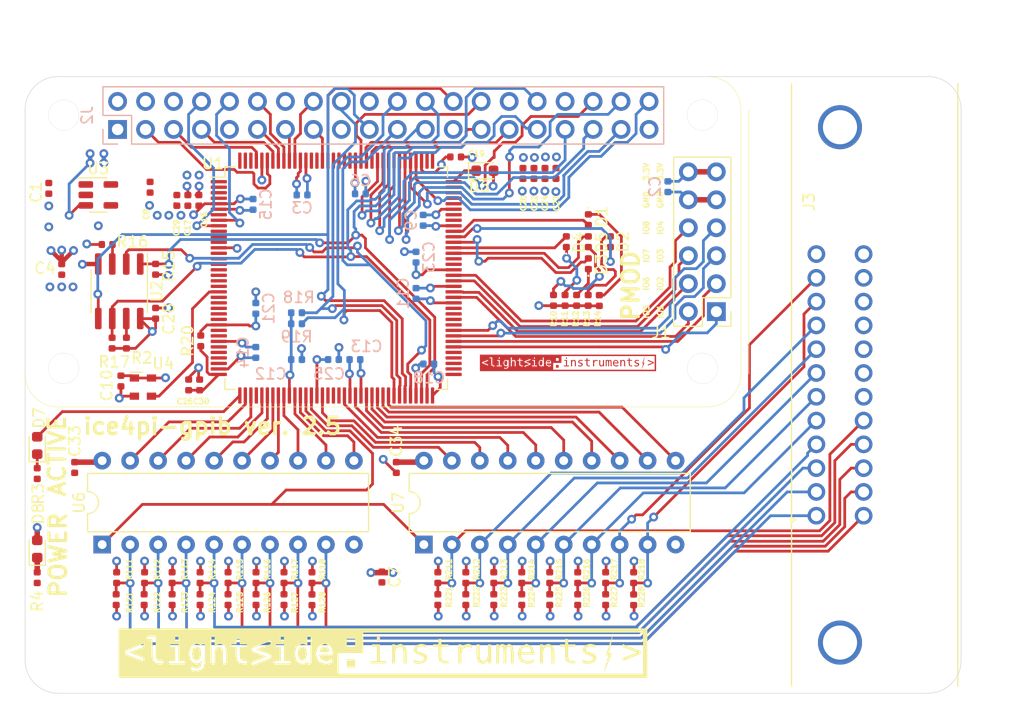
<source format=kicad_pcb>
(kicad_pcb (version 20240108) (generator "pcbnew") (generator_version "8.0")
  (layers (0 "F.Cu" signal) (1 "In1.Cu" power) (2 "In2.Cu" power) (31 "B.Cu" signal) (34 "B.Paste" user) (35 "F.Paste" user) (36 "B.SilkS" user "B.Silkscreen") (37 "F.SilkS" user "F.Silkscreen") (38 "B.Mask" user) (39 "F.Mask" user) (44 "Edge.Cuts" user))
  (net 0 "")
  (net 1 "GND")
  (net 2 "12MHz")
  (net 3 "iCE_CDONE")
  (net 4 "iCE_CREST")
  (net 5 "iCE_MOSI")
  (net 6 "iCE_MISO")
  (net 7 "iCE_SCK")
  (net 8 "iCE_SS_B")
  (net 9 "Net-(R2-Pad2)")
  (net 10 "+3V3")
  (net 11 "+5V")
  (net 12 "+1V2")
  (net 13 "Net-(C26-Pad1)")
  (net 14 "LED4")
  (net 15 "Net-(D1-Pad1)")
  (net 16 "Net-(D2-Pad1)")
  (net 17 "LED3")
  (net 18 "Net-(D3-Pad1)")
  (net 19 "LED2")
  (net 20 "LED1")
  (net 21 "Net-(D4-Pad1)")
  (net 22 "Net-(D5-Pad1)")
  (net 23 "LED0")
  (net 24 "PIO1_02")
  (net 25 "PIO1_03")
  (net 26 "PIO1_04")
  (net 27 "PIO1_05")
  (net 28 "PIO1_06")
  (net 29 "PIO1_07")
  (net 30 "PIO1_08")
  (net 31 "PIO1_09")
  (net 32 "Net-(R16-Pad2)")
  (net 33 "PIO0_09")
  (net 34 "PIO0_08")
  (net 35 "PIO0_07")
  (net 36 "PIO0_06")
  (net 37 "PIO0_05")
  (net 38 "PIO0_04")
  (net 39 "PIO0_03")
  (net 40 "PIO0_02")
  (net 41 "Net-(D6-Pad1)")
  (net 42 "RS232_Tx_TTL")
  (net 43 "RS232_Rx_TTL")
  (net 44 "PIO0_10")
  (net 45 "PIO0_12")
  (net 46 "PIO0_11")
  (net 47 "PIO0_13")
  (net 48 "PIO0_14")
  (net 49 "PIO0_15")
  (net 50 "PIO0_16")
  (net 51 "PIO0_21")
  (net 52 "PIO0_20")
  (net 53 "PIO0_19")
  (net 54 "PIO0_18")
  (net 55 "PIO0_17")
  (net 68 "IR_SD")
  (net 69 "IR_RXD")
  (net 70 "IR_TXD")
  (net 114 "/gpib4ice/REN")
  (net 115 "/gpib4ice/DIO08")
  (net 116 "/gpib4ice/DIO07")
  (net 117 "/gpib4ice/DIO06")
  (net 118 "/gpib4ice/DIO05")
  (net 119 "/gpib4ice/ATN")
  (net 120 "/gpib4ice/SRQ")
  (net 121 "/gpib4ice/IFC")
  (net 122 "/gpib4ice/NDAC")
  (net 123 "/gpib4ice/NRFD")
  (net 124 "/gpib4ice/DAV")
  (net 125 "/gpib4ice/EOI")
  (net 126 "/gpib4ice/DIO04")
  (net 127 "/gpib4ice/DIO03")
  (net 128 "/gpib4ice/DIO02")
  (net 129 "/gpib4ice/DIO01")
  (net 130 "Net-(D8-Pad1)")
  (net 131 "Net-(D7-Pad1)")
  (net 132 "GPIB_DIO01")
  (net 133 "GPIB_DIO02")
  (net 134 "GPIB_DIO03")
  (net 135 "GPIB_DIO04")
  (net 136 "GPIB_DIO05")
  (net 137 "GPIB_DIO06")
  (net 138 "GPIB_DIO07")
  (net 139 "GPIB_DIO08")
  (net 140 "GPIB_PE")
  (net 141 "GPIB_TE")
  (net 142 "GPIB_REN")
  (net 143 "GPIB_IFC")
  (net 144 "GPIB_NDAC")
  (net 145 "GPIB_NRFD")
  (net 146 "GPIB_DAV")
  (net 147 "GPIB_EOI")
  (net 148 "GPIB_ATN")
  (net 149 "GPIB_SRQ")
  (net 150 "GPIB_DC")
  (net 151 "CTRL_LED")
  (footprint "ice4pi:mount_hole" (layer "F.Cu") (at 53.5 52.5)
    (property "Reference" "")
    (property "Value" "")
  )
  (footprint "Capacitor_SMD:C_0402_1005Metric" (layer "F.Cu") (at 65.779546 60.244888 -90)
    (property "Reference" "C16")
    (property "Value" "10uF")
  )
  (footprint "Capacitor_SMD:C_0402_1005Metric" (layer "F.Cu") (at 64.779546 60.244888 -90)
    (property "Reference" "C17")
    (property "Value" "1 uF")
  )
  (footprint "Capacitor_SMD:C_0402_1005Metric" (layer "F.Cu") (at 95.210392 57.797011 90)
    (property "Reference" "C20")
    (property "Value" "10uF")
  )
  (footprint "Capacitor_SMD:C_0402_1005Metric" (layer "F.Cu") (at 96.210392 57.797011 90)
    (property "Reference" "C22")
    (property "Value" "1 uF")
  )
  (footprint "Capacitor_SMD:C_0402_1005Metric" (layer "F.Cu") (at 97.210392 57.797011 90)
    (property "Reference" "C24")
    (property "Value" "0.1uF")
  )
  (footprint "Capacitor_SMD:C_0402_1005Metric" (layer "F.Cu") (at 98.210392 57.797011 90)
    (property "Reference" "C27")
    (property "Value" "0.01uF")
  )
  (footprint "Capacitor_SMD:C_0402_1005Metric" (layer "F.Cu") (at 63.779546 60.244888 -90)
    (property "Reference" "C29")
    (property "Value" "0.01uF")
  )
  (footprint "LED_SMD:LED_0402_1005Metric" (layer "F.Cu") (at 103.15 64 -90)
    (property "Reference" "D2")
    (property "Value" "LED")
  )
  (footprint "LED_SMD:LED_0402_1005Metric" (layer "F.Cu") (at 101.15 66 90)
    (property "Reference" "D3")
    (property "Value" "LED")
  )
  (footprint "LED_SMD:LED_0402_1005Metric" (layer "F.Cu") (at 101.15 64 90)
    (property "Reference" "D5")
    (property "Value" "LED")
  )
  (footprint "Resistor_SMD:R_0402_1005Metric" (layer "F.Cu") (at 59.2 73.2 90)
    (property "Reference" "R2")
    (property "Value" "10K")
  )
  (footprint "Resistor_SMD:R_0402_1005Metric" (layer "F.Cu") (at 57.45 64.25)
    (property "Reference" "R16")
    (property "Value" "10K")
  )
  (footprint "Resistor_SMD:R_0402_1005Metric" (layer "F.Cu") (at 57.9 73.2 90)
    (property "Reference" "R17")
    (property "Value" "10K")
  )
  (footprint "ice4pi:lsi-logo-16mm-fcu" (layer "F.Cu") (at 99.3 75.55)
    (property "Reference" "svg2mod" (hide yes))
    (property "Value" "G***" (hide yes))
  )
  (footprint "LED_SMD:LED_0402_1005Metric" (layer "F.Cu") (at 101.15 62 -90)
    (property "Reference" "D1")
    (property "Value" "LED")
  )
  (footprint "Capacitor_SMD:C_0402_1005Metric" (layer "F.Cu") (at 58.7 76.65 -90)
    (property "Reference" "C10")
    (property "Value" "0.01uF")
  )
  (footprint "Oscillator:Oscillator_SMD_Abracon_ASDMB-4Pin_2.5x2.0mm" (layer "F.Cu") (at 60.7 77.2 -90)
    (property "Reference" "U4")
    (property "Value" "DSC1001DI1-012.0000")
  )
  (footprint "Resistor_SMD:R_0402_1005Metric" (layer "F.Cu") (at 61.85 66.5 90)
    (property "Reference" "R15")
    (property "Value" "10K")
  )
  (footprint "Package_SO:SOIC-8_3.9x4.9mm_P1.27mm" (layer "F.Cu") (at 58.55 68.5 -90)
    (property "Reference" "U2")
    (property "Value" "W25Q32JVSSIQ")
  )
  (footprint "Capacitor_SMD:C_0402_1005Metric" (layer "F.Cu") (at 61.85 70.5 90)
    (property "Reference" "C28")
    (property "Value" "0.1uF")
  )
  (footprint "Package_TO_SOT_SMD:SOT-23-5" (layer "F.Cu") (at 56.65 59.75)
    (property "Reference" "U3")
    (property "Value" "MIC5504-1.2YM5")
  )
  (footprint "Capacitor_SMD:C_0402_1005Metric" (layer "F.Cu") (at 52.15 59.15 -90)
    (property "Reference" "C1")
    (property "Value" "10uF")
  )
  (footprint "Capacitor_SMD:C_0402_1005Metric" (layer "F.Cu") (at 61.35 59.05 -90)
    (property "Reference" "C8")
    (property "Value" "4.7uF")
  )
  (footprint "Diode_SMD:D_0603_1608Metric" (layer "F.Cu") (at 91.75 57.55)
    (property "Reference" "D6")
    (property "Value" "CDBU0520")
  )
  (footprint "Package_QFP:TQFP-144_20x20mm_P0.5mm" (layer "F.Cu") (at 78.25 67.3)
    (property "Reference" "U1")
    (property "Value" "ICE40HX1K-TQ144")
  )
  (footprint "Capacitor_SMD:C_0402_1005Metric" (layer "F.Cu") (at 65.85 77 90)
    (property "Reference" "C30")
    (property "Value" "10uF")
  )
  (footprint "Resistor_SMD:R_0402_1005Metric" (layer "F.Cu") (at 65.95 73 -90)
    (property "Reference" "R20")
    (property "Value" "100")
  )
  (footprint "Capacitor_SMD:C_0402_1005Metric" (layer "F.Cu") (at 64.85 77 90)
    (property "Reference" "C26")
    (property "Value" "0.1uF")
  )
  (footprint "Capacitor_SMD:C_0402_1005Metric" (layer "F.Cu") (at 89.1 56.3)
    (property "Reference" "C19")
    (property "Value" "0.1uF")
  )
  (footprint "Resistor_SMD:R_0402_1005Metric" (layer "F.Cu") (at 97.982852 69.321589 -90)
    (property "Reference" "R10")
    (property "Value" "1K")
  )
  (footprint "Resistor_SMD:R_0402_1005Metric" (layer "F.Cu") (at 100.082852 69.321589 -90)
    (property "Reference" "R12")
    (property "Value" "1K")
  )
  (footprint "Resistor_SMD:R_0402_1005Metric" (layer "F.Cu") (at 102.14399 69.336959 -90)
    (property "Reference" "R14")
    (property "Value" "1K")
  )
  (footprint "Resistor_SMD:R_0402_1005Metric" (layer "F.Cu") (at 101.132852 69.321589 -90)
    (property "Reference" "R13")
    (property "Value" "1K")
  )
  (footprint "LED_SMD:LED_0402_1005Metric" (layer "F.Cu") (at 99.15 64 90)
    (property "Reference" "D4")
    (property "Value" "LED")
  )
  (footprint "Resistor_SMD:R_0402_1005Metric" (layer "F.Cu") (at 99.032852 69.321589 -90)
    (property "Reference" "R11")
    (property "Value" "1K")
  )
  (footprint "Capacitor_SMD:C_0402_1005Metric" (layer "F.Cu") (at 53.323456 66.510966 -90)
    (property "Reference" "C4")
    (property "Value" "10uF")
  )
  (footprint "ice4pi:PinSocket_2x06_P2.54mm_Vertical_1to6_7to12" (layer "F.Cu") (at 112.77 70.35 180)
    (property "Reference" "J1")
    (property "Value" "Pmod 2x6")
  )
  (footprint "Resistor_SMD:R_0402_1005Metric" (layer "F.Cu") (at 95.1 94.5 -90)
    (property "Reference" "R214")
    (property "Value" "3.3K")
  )
  (footprint "Resistor_SMD:R_0402_1005Metric" (layer "F.Cu") (at 76.05 96.515 -90)
    (property "Reference" "R128")
    (property "Value" "6.2K")
  )
  (footprint "ice4pi:mount_hole" (layer "F.Cu") (at 111.5 75.5)
    (property "Reference" "")
    (property "Value" "")
  )
  (footprint "Capacitor_SMD:C_0402_1005Metric" (layer "F.Cu") (at 82.4 94.45 -90)
    (property "Reference" "C7")
    (property "Value" "10 uF")
  )
  (footprint "ice4pi:lsi-logo-48mm" (layer "F.Cu") (at 82.5 103)
    (property "Reference" "svg2mod" (hide yes))
    (property "Value" "G***" (hide yes))
  )
  (footprint "Resistor_SMD:R_0402_1005Metric" (layer "F.Cu") (at 92.56 94.5 -90)
    (property "Reference" "R213")
    (property "Value" "3.3K")
  )
  (footprint "Resistor_SMD:R_0402_1005Metric" (layer "F.Cu") (at 70.97 96.5 -90)
    (property "Reference" "R126")
    (property "Value" "6.2K")
  )
  (footprint "LED_SMD:LED_0603_1608Metric" (layer "F.Cu") (at 51.1 82.5 90)
    (property "Reference" "D7")
    (property "Value" "LED")
  )
  (footprint "Package_DIP:DIP-20_W7.62mm" (layer "F.Cu") (at 57 91.5 90)
    (property "Reference" "U6")
    (property "Value" "SN75160BN")
  )
  (footprint "ice4pi:mount_hole" (layer "F.Cu") (at 53.5 75.5)
    (property "Reference" "")
    (property "Value" "")
  )
  (footprint "Resistor_SMD:R_0402_1005Metric" (layer "F.Cu") (at 51.1 94.5 -90)
    (property "Reference" "R4")
    (property "Value" "1K")
  )
  (footprint "Resistor_SMD:R_0402_1005Metric" (layer "F.Cu") (at 58.27 96.5 -90)
    (property "Reference" "R121")
    (property "Value" "6.2K")
  )
  (footprint "Resistor_SMD:R_0402_1005Metric" (layer "F.Cu") (at 60.85 94.5 -90)
    (property "Reference" "R112")
    (property "Value" "3.3K")
  )
  (footprint "Resistor_SMD:R_0402_1005Metric" (layer "F.Cu") (at 97.64 96.5 -90)
    (property "Reference" "R225")
    (property "Value" "6.2K")
  )
  (footprint "Resistor_SMD:R_0402_1005Metric" (layer "F.Cu") (at 73.51 96.5 -90)
    (property "Reference" "R127")
    (property "Value" "6.2K")
  )
  (footprint "ice4pi:mount_hole" (layer "F.Cu") (at 53.5 101.5)
    (property "Reference" "" (hide yes))
    (property "Value" "" (hide yes))
  )
  (footprint "ice4pi:mount_hole" (layer "F.Cu") (at 111.5 52.5)
    (property "Reference" "")
    (property "Value" "")
  )
  (footprint "Resistor_SMD:R_0402_1005Metric" (layer "F.Cu") (at 58.31 94.5 -90)
    (property "Reference" "R111")
    (property "Value" "3.3K")
  )
  (footprint "ice4pi:mount_hole" (layer "F.Cu") (at 111.5 101.5)
    (property "Reference" "" (hide yes))
    (property "Value" "" (hide yes))
  )
  (footprint "Resistor_SMD:R_0402_1005Metric" (layer "F.Cu") (at 95.1 96.5 -90)
    (property "Reference" "R224")
    (property "Value" "6.2K")
  )
  (footprint "Resistor_SMD:R_0402_1005Metric" (layer "F.Cu") (at 68.43 94.5 -90)
    (property "Reference" "R115")
    (property "Value" "3.3K")
  )
  (footprint "Capacitor_SMD:C_0402_1005Metric" (layer "F.Cu") (at 54.5 84.5 -90)
    (property "Reference" "C33")
    (property "Value" "220 nF")
  )
  (footprint "Resistor_SMD:R_0402_1005Metric" (layer "F.Cu") (at 105.26 96.515 -90)
    (property "Reference" "R228")
    (property "Value" "6.2K")
  )
  (footprint "Resistor_SMD:R_0402_1005Metric" (layer "F.Cu") (at 100.18 94.5 -90)
    (property "Reference" "R216")
    (property "Value" "3.3K")
  )
  (footprint "LED_SMD:LED_0603_1608Metric" (layer "F.Cu") (at 51.1 91.9 90)
    (property "Reference" "D8")
    (property "Value" "LED")
  )
  (footprint "Resistor_SMD:R_0402_1005Metric" (layer "F.Cu") (at 90.02 94.5 -90)
    (property "Reference" "R212")
    (property "Value" "3.3K")
  )
  (footprint "Resistor_SMD:R_0402_1005Metric" (layer "F.Cu") (at 90.02 96.5 -90)
    (property "Reference" "R222")
    (property "Value" "6.2K")
  )
  (footprint "Resistor_SMD:R_0402_1005Metric" (layer "F.Cu") (at 73.51 94.5 -90)
    (property "Reference" "R117")
    (property "Value" "3.3K")
  )
  (footprint "Resistor_SMD:R_0402_1005Metric" (layer "F.Cu") (at 65.89 96.5 -90)
    (property "Reference" "R124")
    (property "Value" "6.2K")
  )
  (footprint "Resistor_SMD:R_0402_1005Metric" (layer "F.Cu") (at 92.56 96.5 -90)
    (property "Reference" "R223")
    (property "Value" "6.2K")
  )
  (footprint "Resistor_SMD:R_0402_1005Metric" (layer "F.Cu") (at 63.35 96.5 -90)
    (property "Reference" "R123")
    (property "Value" "6.2K")
  )
  (footprint "Resistor_SMD:R_0402_1005Metric" (layer "F.Cu") (at 87.48 94.5 -90)
    (property "Reference" "R211")
    (property "Value" "3.3K")
  )
  (footprint "Package_DIP:DIP-20_W7.62mm" (layer "F.Cu") (at 86.21 91.5 90)
    (property "Reference" "U7")
    (property "Value" "SN75161BN")
  )
  (footprint "Resistor_SMD:R_0402_1005Metric" (layer "F.Cu") (at 70.97 94.5 -90)
    (property "Reference" "R116")
    (property "Value" "3.3K")
  )
  (footprint "Resistor_SMD:R_0402_1005Metric" (layer "F.Cu") (at 100.18 96.5 -90)
    (property "Reference" "R226")
    (property "Value" "6.2K")
  )
  (footprint "Resistor_SMD:R_0402_1005Metric" (layer "F.Cu") (at 68.43 96.5 -90)
    (property "Reference" "R125")
    (property "Value" "6.2K")
  )
  (footprint "Resistor_SMD:R_0402_1005Metric" (layer "F.Cu") (at 97.64 94.5 -90)
    (property "Reference" "R215")
    (property "Value" "3.3K")
  )
  (footprint "Resistor_SMD:R_0402_1005Metric" (layer "F.Cu") (at 76.05 94.5 -90)
    (property "Reference" "R118")
    (property "Value" "3.3K")
  )
  (footprint "Resistor_SMD:R_0402_1005Metric" (layer "F.Cu") (at 105.26 94.5 -90)
    (property "Reference" "R218")
    (property "Value" "3.3K")
  )
  (footprint "Resistor_SMD:R_0402_1005Metric" (layer "F.Cu") (at 87.48 96.5 -90)
    (property "Reference" "R221")
    (property "Value" "6.2K")
  )
  (footprint "ice4pi:centronix-24-male" (layer "F.Cu") (at 124 77 90)
    (property "Reference" "J3")
    (property "Value" "Conn_02x12_Top_Bottom")
  )
  (footprint "Resistor_SMD:R_0402_1005Metric" (layer "F.Cu") (at 60.81 96.5 -90)
    (property "Reference" "R122")
    (property "Value" "6.2K")
  )
  (footprint "Resistor_SMD:R_0402_1005Metric" (layer "F.Cu") (at 51.1 85.05 -90)
    (property "Reference" "R3")
    (property "Value" "1K")
  )
  (footprint "Resistor_SMD:R_0402_1005Metric" (layer "F.Cu") (at 63.35 94.5 -90)
    (property "Reference" "R113")
    (property "Value" "3.3K")
  )
  (footprint "Resistor_SMD:R_0402_1005Metric" (layer "F.Cu") (at 65.89 94.5 -90)
    (property "Reference" "R114")
    (property "Value" "3.3K")
  )
  (footprint "Capacitor_SMD:C_0402_1005Metric" (layer "F.Cu") (at 83.71 84.5 -90)
    (property "Reference" "C34")
    (property "Value" "220 nF")
  )
  (footprint "Resistor_SMD:R_0402_1005Metric" (layer "F.Cu") (at 102.72 96.5 -90)
    (property "Reference" "R227")
    (property "Value" "6.2K")
  )
  (footprint "Resistor_SMD:R_0402_1005Metric" (layer "F.Cu") (at 102.72 94.5 -90)
    (property "Reference" "R217")
    (property "Value" "3.3K")
  )
  (footprint "ice4pi:PinSocket_2x20_P2.54mm_Vertical_1_04mm" (layer "B.Cu") (at 58.4 53.8 -90)
    (property "Reference" "J2")
    (property "Value" "raspberry_pi_2_3_4_ordered")
  )
  (footprint "Capacitor_SMD:C_0402_1005Metric" (layer "B.Cu") (at 79.95 74.7)
    (property "Reference" "C13")
    (property "Value" "0.01uF")
  )
  (footprint "Capacitor_SMD:C_0402_1005Metric" (layer "B.Cu") (at 75.15 59.75)
    (property "Reference" "C3")
    (property "Value" "0.1uF")
  )
  (footprint "Capacitor_SMD:C_0402_1005Metric" (layer "B.Cu") (at 85.5 65.4 90)
    (property "Reference" "C23")
    (property "Value" "0.1uF")
  )
  (footprint "Capacitor_SMD:C_0402_1005Metric" (layer "B.Cu") (at 78 74.7)
    (property "Reference" "C25")
    (property "Value" "0.1uF")
  )
  (footprint "Capacitor_SMD:C_0402_1005Metric" (layer "B.Cu") (at 85.5 68.7 -90)
    (property "Reference" "C11")
    (property "Value" "0.01uF")
  )
  (footprint "Capacitor_SMD:C_0402_1005Metric" (layer "B.Cu") (at 86.15 62.05 90)
    (property "Reference" "C9")
    (property "Value" "0.1uF")
  )
  (footprint "Capacitor_SMD:C_0402_1005Metric" (layer "B.Cu") (at 80.45 59.65)
    (property "Reference" "C6")
    (property "Value" "0.01uF")
  )
  (footprint "Resistor_SMD:R_0402_1005Metric" (layer "B.Cu") (at 74.65 70.45)
    (property "Reference" "R18")
    (property "Value" "10K")
  )
  (footprint "Capacitor_SMD:C_0402_1005Metric" (layer "B.Cu") (at 70.95 74.05 -90)
    (property "Reference" "C14")
    (property "Value" "0.1uF")
  )
  (footprint "Resistor_SMD:R_0402_1005Metric" (layer "B.Cu") (at 74.65 71.45)
    (property "Reference" "R19")
    (property "Value" "10K")
  )
  (footprint "Capacitor_SMD:C_0402_1005Metric" (layer "B.Cu") (at 74.65 74.7)
    (property "Reference" "C12")
    (property "Value" "0.1uF")
  )
  (footprint "Capacitor_SMD:C_0402_1005Metric" (layer "B.Cu") (at 70.95 70.05 90)
    (property "Reference" "C21")
    (property "Value" "0.1uF")
  )
  (footprint "Capacitor_SMD:C_0402_1005Metric" (layer "B.Cu") (at 70.697006 60.60592 90)
    (property "Reference" "C15")
    (property "Value" "0.01uF")
  )
  (footprint "Capacitor_SMD:C_0402_1005Metric" (layer "B.Cu") (at 86.65 75.1 180)
    (property "Reference" "C18")
    (property "Value" "0.1uF")
  )
  (footprint "Capacitor_SMD:C_0402_1005Metric" (layer "B.Cu") (at 108.37 59 -90)
    (property "Reference" "C2")
    (property "Value" "0.1uF")
  )
  (gr_line (start 112 79) (end 53 79) (stroke (width 0.05)) (layer "F.SilkS"))
  (gr_arc (start 53 79) (mid 50.87868 78.12132) (end 50 76) (stroke (width 0.05)) (layer "F.SilkS"))
  (gr_arc (start 112 49) (mid 114.12132 49.87868) (end 115 52) (stroke (width 0.05)) (layer "F.SilkS"))
  (gr_line (start 115.72 52) (end 115.72 76) (stroke (width 0.05)) (layer "F.SilkS"))
  (gr_line (start 115 52) (end 115 76) (stroke (width 0.05)) (layer "F.SilkS"))
  (gr_arc (start 115 76) (mid 114.12132 78.12132) (end 112 79) (stroke (width 0.05)) (layer "F.SilkS"))
  (gr_line (start 50 102) (end 50 52) (stroke (width 0.05)) (layer "Edge.Cuts"))
  (gr_circle (center 111.5 75.5) (end 111.47 76.87) (stroke (width 0.05)) (fill none) (layer "Edge.Cuts"))
  (gr_line (start 53 49) (end 132 49) (stroke (width 0.05)) (layer "Edge.Cuts"))
  (gr_line (start 135 52) (end 135 102) (stroke (width 0.05)) (layer "Edge.Cuts"))
  (gr_circle (center 53.5 52.5) (end 53.47 53.87) (stroke (width 0.05)) (fill none) (layer "Edge.Cuts"))
  (gr_line (start 132 105) (end 53 105) (stroke (width 0.05)) (layer "Edge.Cuts"))
  (gr_arc (start 135 102) (mid 134.12132 104.12132) (end 132 105) (stroke (width 0.05)) (layer "Edge.Cuts"))
  (gr_circle (center 53.5 75.5) (end 53.47 76.87) (stroke (width 0.05)) (fill none) (layer "Edge.Cuts"))
  (gr_arc (start 132 49) (mid 134.12132 49.87868) (end 135 52) (stroke (width 0.05)) (layer "Edge.Cuts"))
  (gr_arc (start 53 105) (mid 50.87868 104.12132) (end 50 102) (stroke (width 0.05)) (layer "Edge.Cuts"))
  (gr_circle (center 111.5 52.5) (end 111.47 53.87) (stroke (width 0.05)) (fill none) (layer "Edge.Cuts"))
  (gr_arc (start 50 52) (mid 50.87868 49.87868) (end 53 49) (stroke (width 0.05)) (layer "Edge.Cuts"))
  (gr_text "IO1\n" (at 107.69 70.35 90) (layer "F.SilkS") (effects (font (size 0.5 0.5) (thickness 0.125))))
  (gr_text "IO5\n" (at 106.42 70.35 90) (layer "F.SilkS") (effects (font (size 0.5 0.5) (thickness 0.125))))
  (gr_text "IO7\n" (at 106.42 65.27 90) (layer "F.SilkS") (effects (font (size 0.5 0.5) (thickness 0.125))))
  (gr_text "POWER" (at 53 92.45 90) (layer "F.SilkS") (effects (font (size 1.5 1.5) (thickness 0.3))))
  (gr_text "ice4pi-gpib ver. 2.5" (at 67 80.75 0) (layer "F.SilkS") (effects (font (size 1.5 1.5) (thickness 0.3))))
  (gr_text "3.3V\n" (at 106.42 57.65 90) (layer "F.SilkS") (effects (font (size 0.5 0.5) (thickness 0.125))))
  (gr_text "ACTIVE" (at 52.9 83.45 90) (layer "F.SilkS") (effects (font (size 1.5 1.5) (thickness 0.3))))
  (gr_text "IO3\n" (at 107.69 65.27 90) (layer "F.SilkS") (effects (font (size 0.5 0.5) (thickness 0.125))))
  (gr_text "IO2\n" (at 107.69 67.81 90) (layer "F.SilkS") (effects (font (size 0.5 0.5) (thickness 0.125))))
  (gr_text "GND\n" (at 106.42 60.19 90) (layer "F.SilkS") (effects (font (size 0.5 0.5) (thickness 0.125))))
  (gr_text "GND\n" (at 107.69 60.19 90) (layer "F.SilkS") (effects (font (size 0.5 0.5) (thickness 0.125))))
  (gr_text "IO8\n" (at 106.42 62.73 90) (layer "F.SilkS") (effects (font (size 0.5 0.5) (thickness 0.125))))
  (gr_text "IO4\n" (at 107.69 62.73 90) (layer "F.SilkS") (effects (font (size 0.5 0.5) (thickness 0.125))))
  (gr_text "3.3V\n" (at 107.69 57.65 90) (layer "F.SilkS") (effects (font (size 0.5 0.5) (thickness 0.125))))
  (gr_text "PMOD" (at 105 68 90) (layer "F.SilkS") (effects (font (size 1.5 1.5) (thickness 0.3))))
  (gr_text "IO6\n" (at 106.42 67.81 90) (layer "F.SilkS") (effects (font (size 0.5 0.5) (thickness 0.125))))
  (segment (start 97.210392 57.312011) (end 97.237989 57.312011) (width 0.25) (layer "F.Cu") (net 1))
  (segment (start 61.85 70.015) (end 63.035 70.015) (width 0.25) (layer "F.Cu") (net 1))
  (segment (start 58.31 97) (end 58.31 98.015) (width 0.25) (layer "F.Cu") (net 1))
  (segment (start 90.06 97) (end 90.06 98.015) (width 0.25) (layer "F.Cu") (net 1))
  (segment (start 58.7 77.135) (end 58.7 78.05) (width 0.25) (layer "F.Cu") (net 1))
  (segment (start 64.85 76.346095) (end 65.756961 75.439134) (width 0.25) (layer "F.Cu") (net 1))
  (segment (start 76.09 97) (end 76.09 98.015) (width 0.25) (layer "F.Cu") (net 1))
  (segment (start 95.14 97) (end 95.14 98.015) (width 0.25) (layer "F.Cu") (net 1))
  (segment (start 101.132852 69.806589) (end 100.082852 69.806589) (width 0.25) (layer "F.Cu") (net 1))
  (segment (start 85.468356 75.47066) (end 85.468356 76.036345) (width 0.25) (layer "F.Cu") (net 1))
  (segment (start 63.779546 60.729888) (end 63.779546 60.870454) (width 0.25) (layer "F.Cu") (net 1))
  (segment (start 97.982852 69.806589) (end 96.656589 69.806589) (width 0.25) (layer "F.Cu") (net 1))
  (segment (start 89.585 56.3) (end 90.6 56.3) (width 0.25) (layer "F.Cu") (net 1))
  (segment (start 53.323456 66.995966) (end 53.323456 67.023456) (width 0.25) (layer "F.Cu") (net 1))
  (segment (start 65.756961 75.439134) (end 65.756961 76.421961) (width 0.25) (layer "F.Cu") (net 1))
  (segment (start 69.6 74.35) (end 69.200001 74.749999) (width 0.25) (layer "F.Cu") (net 1))
  (segment (start 65.779546 60.729888) (end 65.959434 60.55) (width 0.25) (layer "F.Cu") (net 1))
  (segment (start 59.925 78.025) (end 58.725 78.025) (width 0.25) (layer "F.Cu") (net 1))
  (segment (start 58.7 78.05) (end 58.55 78.2) (width 0.25) (layer "F.Cu") (net 1))
  (segment (start 51.115 95) (end 51.1 94.985) (width 0.25) (layer "F.Cu") (net 1))
  (segment (start 97.210392 56.339608) (end 97.25 56.3) (width 0.25) (layer "F.Cu") (net 1))
  (segment (start 69.2 64.55) (end 69.25 64.6) (width 0.25) (layer "F.Cu") (net 1))
  (segment (start 87 69.55) (end 88.9125 69.55) (width 0.25) (layer "F.Cu") (net 1))
  (segment (start 68.47 97) (end 68.47 98.015) (width 0.25) (layer "F.Cu") (net 1))
  (segment (start 61.24 59.425) (end 61.35 59.535) (width 0.25) (layer "F.Cu") (net 1))
  (segment (start 85.5 77.125) (end 85.5 77.9625) (width 0.25) (layer "F.Cu") (net 1))
  (segment (start 87.8 61.05) (end 87.3 61.55) (width 0.25) (layer "F.Cu") (net 1))
  (segment (start 100.082852 69.806589) (end 99.032852 69.806589) (width 0.25) (layer "F.Cu") (net 1))
  (segment (start 75.6 58.25) (end 75.5 58.15) (width 0.25) (layer "F.Cu") (net 1))
  (segment (start 66.3 60.55) (end 65.3 61.55) (width 0.25) (layer "F.Cu") (net 1))
  (segment (start 65.756961 76.421961) (end 65.85 76.515) (width 0.25) (layer "F.Cu") (net 1))
  (segment (start 62 61.6) (end 62 61.4) (width 0.25) (layer "F.Cu") (net 1))
  (segment (start 86.8 69.35) (end 87 69.55) (width 0.25) (layer "F.Cu") (net 1))
  (segment (start 83.3576 84.650832) (end 82.521037 83.814269) (width 0.25) (layer "F.Cu") (net 1))
  (segment (start 53.323456 66.995966) (end 53.323456 67.026544) (width 0.25) (layer "F.Cu") (net 1))
  (segment (start 96.210392 56.389608) (end 96.25 56.35) (width 0.25) (layer "F.Cu") (net 1))
  (segment (start 71.5 58.4) (end 71.5 56.6375) (width 0.25) (layer "F.Cu") (net 1))
  (segment (start 96.210392 57.312011) (end 96.210392 57.310392) (width 0.25) (layer "F.Cu") (net 1))
  (segment (start 105.3 97) (end 105.3 98.015) (width 0.25) (layer "F.Cu") (net 1))
  (segment (start 96.656589 69.806589) (end 96.65 69.8) (width 0.25) (layer "F.Cu") (net 1))
  (segment (start 58.725 78.025) (end 58.55 78.2) (width 0.25) (layer "F.Cu") (net 1))
  (segment (start 55.225 66.025) (end 55.2 66.05) (width 0.4) (layer "F.Cu") (net 1))
  (segment (start 75.5 58.15) (end 75.5 56.6375) (width 0.25) (layer "F.Cu") (net 1))
  (segment (start 97.68 97) (end 97.68 98.015) (width 0.25) (layer "F.Cu") (net 1))
  (segment (start 68.976998 60.55) (end 69.421078 60.10592) (width 0.25) (layer "F.Cu") (net 1))
  (segment (start 96.210392 57.312011) (end 96.237989 57.312011) (width 0.25) (layer "F.Cu") (net 1))
  (segment (start 110.23 60.19) (end 112.77 60.19) (width 0.5) (layer "F.Cu") (net 1))
  (segment (start 101.148222 69.821959) (end 101.132852 69.806589) (width 0.25) (layer "F.Cu") (net 1))
  (segment (start 56.645 66.025) (end 55.225 66.025) (width 0.4) (layer "F.Cu") (net 1))
  (segment (start 65.93 97) (end 65.93 98.015) (width 0.25) (layer "F.Cu") (net 1))
  (segment (start 88.9125 61.05) (end 87.8 61.05) (width 0.25) (layer "F.Cu") (net 1))
  (segment (start 68.425 75.55) (end 67.5875 75.55) (width 0.25) (layer "F.Cu") (net 1))
  (segment (start 71.01 97) (end 71.01 98.015) (width 0.25) (layer "F.Cu") (net 1))
  (segment (start 64.85 76.515) (end 64.85 76.346095) (width 0.25) (layer "F.Cu") (net 1))
  (segment (start 83.71 84.985) (end 83.375832 84.650832) (width 0.25) (layer "F.Cu") (net 1))
  (segment (start 82.521037 83.814269) (end 82.521037 83.758963) (width 0.25) (layer "F.Cu") (net 1))
  (segment (start 102.14399 69.821959) (end 101.148222 69.821959) (width 0.25) (layer "F.Cu") (net 1))
  (segment (start 98.210392 57.312011) (end 98.210392 57.260392) (width 0.25) (layer "F.Cu") (net 1))
  (segment (start 95.210392 57.312011) (end 95.287989 57.312011) (width 0.25) (layer "F.Cu") (net 1))
  (segment (start 87.52 97) (end 87.52 98.015) (width 0.25) (layer "F.Cu") (net 1))
  (segment (start 97.210392 57.312011) (end 97.210392 57.310392) (width 0.25) (layer "F.Cu") (net 1))
  (segment (start 63.035 70.015) (end 63.05 70) (width 0.25) (layer "F.Cu") (net 1))
  (segment (start 100.22 97) (end 100.22 98.015) (width 0.25) (layer "F.Cu") (net 1))
  (segment (start 73.55 97) (end 73.55 98.015) (width 0.25) (layer "F.Cu") (net 1))
  (segment (start 67.5875 60.55) (end 68.976998 60.55) (width 0.25) (layer "F.Cu") (net 1))
  (segment (start 63.584658 60.535) (end 63.779546 60.729888) (width 0.25) (layer "F.Cu") (net 1))
  (segment (start 60.85 97) (end 60.85 98.015) (width 0.25) (layer "F.Cu") (net 1))
  (segment (start 102.76 97) (end 102.76 98.015) (width 0.25) (layer "F.Cu") (net 1))
  (segment (start 99.032852 69.806589) (end 97.982852 69.806589) (width 0.25) (layer "F.Cu") (net 1))
  (segment (start 67.5875 64.55) (end 69.2 64.55) (width 0.25) (layer "F.Cu") (net 1))
  (segment (start 85.5 76.067989) (end 85.5 77.125) (width 0.25) (layer "F.Cu") (net 1))
  (segment (start 69.200001 74.749999) (end 69.200001 74.774999) (width 0.25) (layer "F.Cu") (net 1))
  (segment (start 67.5875 60.55) (end 66.3 60.55) (width 0.25) (layer "F.Cu") (net 1))
  (segment (start 63.39 97) (end 63.39 98.015) (width 0.25) (layer "F.Cu") (net 1))
  (segment (start 80.5 75.95) (end 80.5 77.9625) (width 0.25) (layer "F.Cu") (net 1))
  (segment (start 95.210392 56.389608) (end 95.25 56.35) (width 0.25) (layer "F.Cu") (net 1))
  (segment (start 92.6 97) (end 92.6 98.015) (width 0.25) (layer "F.Cu") (net 1))
  (segment (start 85.468356 76.036345) (end 85.5 76.067989) (width 0.25) (layer "F.Cu") (net 1))
  (segment (start 69.200001 74.774999) (end 68.425 75.55) (width 0.25) (layer "F.Cu") (net 1))
  (segment (start 98.210392 56.339608) (end 98.25 56.3) (width 0.25) (layer "F.Cu") (net 1))
  (segment (start 83.375832 84.650832) (end 83.3576 84.650832) (width 0.25) (layer "F.Cu") (net 1))
  (segment (start 69.421078 60.10592) (end 69.547006 60.10592) (width 0.25) (layer "F.Cu") (net 1))
  (segment (start 61.35 60.65) (end 61.3 60.7) (width 0.25) (layer "F.Cu") (net 1))
  (via (at 69.547006 60.10592) (size 0.8) (drill 0.4) (layers "F.Cu" "B.Cu") (net 1))
  (via (at 70.95 68.55) (size 0.8) (drill 0.4) (layers "F.Cu" "B.Cu") (net 1))
  (via (at 53.323456 68.1) (size 0.8) (drill 0.4) (layers "F.Cu" "B.Cu") (net 1))
  (via (at 62 61.6) (size 0.8) (drill 0.4) (layers "F.Cu" "B.Cu") (net 1))
  (via (at 52.15 60.75) (size 0.8) (drill 0.4) (layers "F.Cu" "B.Cu") (net 1))
  (via (at 95.14 98) (size 0.8) (drill 0.4) (layers "F.Cu" "B.Cu") (net 1))
  (via (at 87.52 98) (size 0.8) (drill 0.4) (layers "F.Cu" "B.Cu") (net 1))
  (via (at 90.6 56.35) (size 0.8) (drill 0.4) (layers "F.Cu" "B.Cu") (net 1))
  (via (at 75.6 58.25) (size 0.8) (drill 0.4) (layers "F.Cu" "B.Cu") (net 1))
  (via (at 71.01 98) (size 0.8) (drill 0.4) (layers "F.Cu" "B.Cu") (net 1))
  (via (at 86.8 69.35) (size 0.8) (drill 0.4) (layers "F.Cu" "B.Cu") (net 1))
  (via (at 92.6 98) (size 0.8) (drill 0.4) (layers "F.Cu" "B.Cu") (net 1))
  (via (at 87.3 61.55) (size 0.8) (drill 0.4) (layers "F.Cu" "B.Cu") (net 1))
  (via (at 63.05 70) (size 0.8) (drill 0.4) (layers "F.Cu" "B.Cu") (net 1))
  (via (at 76.09 98) (size 0.8) (drill 0.4) (layers "F.Cu" "B.Cu") (net 1))
  (via (at 78.5 73.6) (size 0.8) (drill 0.4) (layers "F.Cu" "B.Cu") (net 1))
  (via (at 102.76 98) (size 0.8) (drill 0.4) (layers "F.Cu" "B.Cu") (net 1))
  (via (at 98.25 56.3) (size 0.8) (drill 0.4) (layers "F.Cu" "B.Cu") (net 1))
  (via (at 61.3 60.7) (size 0.8) (drill 0.4) (layers "F.Cu" "B.Cu") (net 1))
  (via (at 54.35 68.1) (size 0.8) (drill 0.4) (layers "F.Cu" "B.Cu") (net 1))
  (via (at 105.3 98) (size 0.8) (drill 0.4) (layers "F.Cu" "B.Cu") (net 1))
  (via (at 65.3 61.55) (size 0.8) (drill 0.4) (layers "F.Cu" "B.Cu") (net 1))
  (via (at 80.5 75.95) (size 0.8) (drill 0.4) (layers "F.Cu" "B.Cu") (net 1))
  (via (at 69.25 64.6) (size 0.8) (drill 0.4) (layers "F.Cu" "B.Cu") (net 1))
  (via (at 85.468356 75.47066) (size 0.8) (drill 0.4) (layers "F.Cu" "B.Cu") (net 1))
  (via (at 60.85 98) (size 0.8) (drill 0.4) (layers "F.Cu" "B.Cu") (net 1))
  (via (at 73.55 98) (size 0.8) (drill 0.4) (layers "F.Cu" "B.Cu") (net 1))
  (via (at 58.55 78.2) (size 0.8) (drill 0.4) (layers "F.Cu" "B.Cu") (net 1))
  (via (at 75.1 73.7) (size 0.8) (drill 0.4) (layers "F.Cu" "B.Cu") (net 1))
  (via (at 95.25 56.35) (size 0.8) (drill 0.4) (layers "F.Cu" "B.Cu") (net 1))
  (via (at 71.5 58.4) (size 0.8) (drill 0.4) (layers "F.Cu" "B.Cu") (net 1))
  (via (at 97.68 98) (size 0.8) (drill 0.4) (layers "F.Cu" "B.Cu") (net 1))
  (via (at 90.06 98) (size 0.8) (drill 0.4) (layers "F.Cu" "B.Cu") (net 1))
  (via (at 69.6 74.35) (size 0.8) (drill 0.4) (layers "F.Cu" "B.Cu") (net 1))
  (via (at 64.15 61.6) (size 0.8) (drill 0.4) (layers "F.Cu" "B.Cu") (net 1))
  (via (at 63.05 61.6) (size 0.8) (drill 0.4) (layers "F.Cu" "B.Cu") (net 1))
  (via (at 55.2 66.05) (size 0.8) (drill 0.4) (layers "F.Cu" "B.Cu") (net 1))
  (via (at 97.25 56.3) (size 0.8) (drill 0.4) (layers "F.Cu" "B.Cu") (net 1))
  (via (at 63.39 98) (size 0.8) (drill 0.4) (layers "F.Cu" "B.Cu") (net 1))
  (via (at 68.47 98) (size 0.8) (drill 0.4) (layers "F.Cu" "B.Cu") (net 1))
  (via (at 100.22 98) (size 0.8) (drill 0.4) (layers "F.Cu" "B.Cu") (net 1))
  (via (at 52.25 68.1) (size 0.8) (drill 0.4) (layers "F.Cu" "B.Cu") (net 1))
  (via (at 84.45 64.9) (size 0.8) (drill 0.4) (layers "F.Cu" "B.Cu") (net 1))
  (via (at 58.31 98) (size 0.8) (drill 0.4) (layers "F.Cu" "B.Cu") (net 1))
  (via (at 65.93 98) (size 0.8) (drill 0.4) (layers "F.Cu" "B.Cu") (net 1))
  (via (at 82.521037 83.758963) (size 0.8) (drill 0.4) (layers "F.Cu" "B.Cu") (net 1))
  (via (at 65.756961 75.439134) (size 0.8) (drill 0.4) (layers "F.Cu" "B.Cu") (net 1))
  (via (at 80.95 58.5) (size 0.8) (drill 0.4) (layers "F.Cu" "B.Cu") (net 1))
  (via (at 56.65 62.55) (size 0.8) (drill 0.4) (layers "F.Cu" "B.Cu") (net 1))
  (via (at 96.25 56.35) (size 0.8) (drill 0.4) (layers "F.Cu" "B.Cu") (net 1))
  (via (at 52.15 62.65) (size 0.8) (drill 0.4) (layers "F.Cu" "B.Cu") (net 1))
  (via (at 96.65 69.8) (size 0.8) (drill 0.4) (layers "F.Cu" "B.Cu") (net 1))
  (segment (start 70.95 69.565) (end 70.95 68.55) (width 0.25) (layer "B.Cu") (net 1))
  (segment (start 69.562006 60.12092) (end 69.547006 60.10592) (width 0.25) (layer "B.Cu") (net 1))
  (segment (start 70.697006 60.12092) (end 69.562006 60.12092) (width 0.25) (layer "B.Cu") (net 1))
  (segment (start 108.37 59.485) (end 109.525 59.485) (width 0.25) (layer "B.Cu") (net 1))
  (segment (start 109.525 59.485) (end 110.23 60.19) (width 0.25) (layer "B.Cu") (net 1))
  (segment (start 86.635 69.185) (end 86.8 69.35) (width 0.25) (layer "B.Cu") (net 1))
  (segment (start 85.5 69.185) (end 86.635 69.185) (width 0.25) (layer "B.Cu") (net 1))
  (segment (start 85.5 64.915) (end 84.465 64.915) (width 0.25) (layer "B.Cu") (net 1))
  (segment (start 80.935 58.515) (end 80.95 58.5) (width 0.25) (layer "B.Cu") (net 1))
  (segment (start 80.435 75.885) (end 80.5 75.95) (width 0.25) (layer "B.Cu") (net 1))
  (segment (start 75.135 74.7) (end 75.135 73.735) (width 0.25) (layer "B.Cu") (net 1))
  (segment (start 86.165 75.1) (end 85.839016 75.1) (width 0.25) (layer "B.Cu") (net 1))
  (segment (start 84.465 64.915) (end 84.45 64.9) (width 0.25) (layer "B.Cu") (net 1))
  (segment (start 80.935 59.65) (end 80.935 58.515) (width 0.25) (layer "B.Cu") (net 1))
  (segment (start 86.15 61.565) (end 87.285 61.565) (width 0.25) (layer "B.Cu") (net 1))
  (segment (start 75.635 59.75) (end 75.635 58.285) (width 0.25) (layer "B.Cu") (net 1))
  (segment (start 69.785 74.535) (end 69.6 74.35) (width 0.25) (layer "B.Cu") (net 1))
  (segment (start 70.95 74.535) (end 69.785 74.535) (width 0.25) (layer "B.Cu") (net 1))
  (segment (start 80.435 74.7) (end 80.435 75.885) (width 0.25) (layer "B.Cu") (net 1))
  (segment (start 78.485 73.615) (end 78.5 73.6) (width 0.25) (layer "B.Cu") (net 1))
  (segment (start 85.839016 75.1) (end 85.468356 75.47066) (width 0.25) (layer "B.Cu") (net 1))
  (segment (start 75.135 73.735) (end 75.1 73.7) (width 0.25) (layer "B.Cu") (net 1))
  (segment (start 78.485 74.7) (end 78.485 73.615) (width 0.25) (layer "B.Cu") (net 1))
  (segment (start 86.685 61.565) (end 86.7 61.55) (width 0.25) (layer "B.Cu") (net 1))
  (segment (start 75.635 58.285) (end 75.6 58.25) (width 0.25) (layer "B.Cu") (net 1))
  (segment (start 65.2 74.975) (end 65.2 70.084318) (width 0.25) (layer "F.Cu") (net 2))
  (segment (start 66.734318 68.55) (end 66.75 68.55) (width 0.25) (layer "F.Cu") (net 2))
  (segment (start 66.75 68.55) (end 67.5875 68.55) (width 0.25) (layer "F.Cu") (net 2))
  (segment (start 62.15 78.025) (end 65.2 74.975) (width 0.25) (layer "F.Cu") (net 2))
  (segment (start 65.2 70.084318) (end 66.734318 68.55) (width 0.25) (layer "F.Cu") (net 2))
  (segment (start 61.475 78.025) (end 62.15 78.025) (width 0.25) (layer "F.Cu") (net 2))
  (segment (start 82.213609 70.250019) (end 79.2 70.250019) (width 0.25) (layer "F.Cu") (net 3))
  (segment (start 78.95 70.500019) (end 78.95 71.1) (width 0.25) (layer "F.Cu") (net 3))
  (segment (start 83.3 76.284536) (end 83.3 71.33641) (width 0.25) (layer "F.Cu") (net 3))
  (segment (start 83.8 51.26) (end 83.79 51.26) (width 0.25) (layer "F.Cu") (net 3))
  (segment (start 83.5 77.9625) (end 83.5 76.484536) (width 0.25) (layer "F.Cu") (net 3))
  (segment (start 83.3 71.33641) (end 82.213609 70.250019) (width 0.25) (layer "F.Cu") (net 3))
  (segment (start 83.5 76.484536) (end 83.3 76.284536) (width 0.25) (layer "F.Cu") (net 3))
  (segment (start 79.2 70.250019) (end 78.95 70.500019) (width 0.25) (layer "F.Cu") (net 3))
  (via (at 78.95 71.1) (size 0.8) (drill 0.4) (layers "F.Cu" "B.Cu") (net 3))
  (segment (start 78.993214 70.054787) (end 78.993214 71.056786) (width 0.25) (layer "B.Cu") (net 3))
  (segment (start 75.135 71.45) (end 75.68499 70.90001) (width 0.25) (layer "B.Cu") (net 3))
  (segment (start 78.40002 57.19998) (end 79.3 56.3) (width 0.25) (layer "B.Cu") (net 3))
  (segment (start 78.993214 71.056786) (end 78.95 71.1) (width 0.25) (layer "B.Cu") (net 3))
  (segment (start 78.40002 67.8272) (end 78.40002 57.19998) (width 0.25) (layer "B.Cu") (net 3))
  (segment (start 78.993214 68.420394) (end 78.40002 67.8272) (width 0.25) (layer "B.Cu") (net 3))
  (segment (start 82.5 52.56) (end 83.8 51.26) (width 0.25) (layer "B.Cu") (net 3))
  (segment (start 78.993214 70.054787) (end 78.993214 68.420394) (width 0.25) (layer "B.Cu") (net 3))
  (segment (start 79.3 56.3) (end 80.499002 56.3) (width 0.25) (layer "B.Cu") (net 3))
  (segment (start 80.499002 56.3) (end 82.5 54.299002) (width 0.25) (layer "B.Cu") (net 3))
  (segment (start 82.5 54.299002) (end 82.5 52.56) (width 0.25) (layer "B.Cu") (net 3))
  (segment (start 78.147991 70.90001) (end 78.993214 70.054787) (width 0.25) (layer "B.Cu") (net 3))
  (segment (start 75.68499 70.90001) (end 78.147991 70.90001) (width 0.25) (layer "B.Cu") (net 3))
  (segment (start 84.04999 77.07501) (end 84.04999 76.398116) (width 0.25) (layer "F.Cu") (net 4))
  (segment (start 78.72 51.26) (end 78.69 51.26) (width 0.25) (layer "F.Cu") (net 4))
  (segment (start 82.400009 69.800009) (end 78.17499 69.800009) (width 0.25) (layer "F.Cu") (net 4))
  (segment (start 83.75 71.15) (end 82.400009 69.800009) (width 0.25) (layer "F.Cu") (net 4))
  (segment (start 84 77.9625) (end 84 77.125) (width 0.25) (layer "F.Cu") (net 4))
  (segment (start 83.75 71.15) (end 83.75 76.098126) (width 0.25) (layer "F.Cu") (net 4))
  (segment (start 83.75 76.098126) (end 84.04999 76.398116) (width 0.25) (layer "F.Cu") (net 4))
  (segment (start 84 77.125) (end 84.04999 77.07501) (width 0.25) (layer "F.Cu") (net 4))
  (segment (start 78.17499 69.800009) (end 77.9 70.074999) (width 0.25) (layer "F.Cu") (net 4))
  (via (at 77.9 70.074999) (size 0.8) (drill 0.4) (layers "F.Cu" "B.Cu") (net 4))
  (segment (start 77.9 70.074999) (end 76.951997 70.074999) (width 0.25) (layer "B.Cu") (net 4))
  (segment (start 76.951997 70.074999) (end 76.9 70.023002) (width 0.25) (layer "B.Cu") (net 4))
  (segment (start 77.95001 56.99999) (end 77.95001 68.972992) (width 0.25) (layer "B.Cu") (net 4))
  (segment (start 80 54.95) (end 77.95001 56.99999) (width 0.25) (layer "B.Cu") (net 4))
  (segment (start 78.72 52.060998) (end 80 53.340998) (width 0.25) (layer "B.Cu") (net 4))
  (segment (start 76.473002 70.45) (end 76.9 70.023002) (width 0.25) (layer "B.Cu") (net 4))
  (segment (start 77.95001 68.972992) (end 76.9 70.023002) (width 0.25) (layer "B.Cu") (net 4))
  (segment (start 80 53.340998) (end 80 54.95) (width 0.25) (layer "B.Cu") (net 4))
  (segment (start 78.72 51.26) (end 78.72 52.060998) (width 0.25) (layer "B.Cu") (net 4))
  (segment (start 75.135 70.45) (end 76.473002 70.45) (width 0.25) (layer "B.Cu") (net 4))
  (segment (start 81.26 53.8) (end 81.15 53.8) (width 0.25) (layer "F.Cu") (net 5))
  (segment (start 77.299999 69.349999) (end 76.9 68.95) (width 0.25) (layer "F.Cu") (net 5))
  (segment (start 84.54999 77.07501) (end 84.54999 76.261706) (width 0.25) (layer "F.Cu") (net 5))
  (segment (start 84.25 75.961716) (end 84.25 71) (width 0.25) (layer "F.Cu") (net 5))
  (segment (start 84.5 77.125) (end 84.54999 77.07501) (width 0.25) (layer "F.Cu") (net 5))
  (segment (start 82.599999 69.349999) (end 77.299999 69.349999) (width 0.25) (layer "F.Cu") (net 5))
  (segment (start 84.5 77.9625) (end 84.5 77.125) (width 0.25) (layer "F.Cu") (net 5))
  (segment (start 84.25 71) (end 82.599999 69.349999) (width 0.25) (layer "F.Cu") (net 5))
  (segment (start 56.645 70.975) (end 56.645 68.795) (width 0.25) (layer "F.Cu") (net 5))
  (segment (start 84.54999 76.261706) (end 84.25 75.961716) (width 0.25) (layer "F.Cu") (net 5))
  (segment (start 56.645 68.795) (end 56.6 68.75) (width 0.25) (layer "F.Cu") (net 5))
  (via (at 76.9 68.95) (size 0.8) (drill 0.4) (layers "F.Cu" "B.Cu") (net 5))
  (via (at 56.6 68.75) (size 0.8) (drill 0.4) (layers "F.Cu" "B.Cu") (net 5))
  (segment (start 77.5 68.35) (end 76.9 68.95) (width 0.25) (layer "B.Cu") (net 5))
  (segment (start 78.115001 50.084999) (end 77.5 50.7) (width 0.25) (layer "B.Cu") (net 5))
  (segment (start 77.5 53.15) (end 77.5 53.3) (width 0.25) (layer "B.Cu") (net 5))
  (segment (start 81.26 53.8) (end 79.895001 52.435001) (width 0.25) (layer "B.Cu") (net 5))
  (segment (start 77.5 53.3) (end 77.5 63.35) (width 0.25) (layer "B.Cu") (net 5))
  (segment (start 79.894003 50.695001) (end 79.284001 50.084999) (width 0.25) (layer "B.Cu") (net 5))
  (segment (start 79.284001 50.084999) (end 78.115001 50.084999) (width 0.25) (layer "B.Cu") (net 5))
  (segment (start 77.5 68.2) (end 77.5 68.35) (width 0.25) (layer "B.Cu") (net 5))
  (segment (start 77.5 50.7) (end 77.5 53.3) (width 0.25) (layer "B.Cu") (net 5))
  (segment (start 79.895001 52.435001) (end 79.895001 50.695001) (width 0.25) (layer "B.Cu") (net 5))
  (segment (start 56.6 65.55) (end 58.8 63.35) (width 0.25) (layer "B.Cu") (net 5))
  (segment (start 58.8 63.35) (end 77.5 63.35) (width 0.25) (layer "B.Cu") (net 5))
  (segment (start 79.895001 50.695001) (end 79.894003 50.695001) (width 0.25) (layer "B.Cu") (net 5))
  (segment (start 77.5 63.35) (end 77.5 68.2) (width 0.25) (layer "B.Cu") (net 5))
  (segment (start 56.6 68.75) (end 56.6 65.55) (width 0.25) (layer "B.Cu") (net 5))
  (segment (start 76.243814 64.925009) (end 76.997993 64.925009) (width 0.25) (layer "F.Cu") (net 6))
  (segment (start 59.185 66.025) (end 59.185 64.95) (width 0.25) (layer "F.Cu") (net 6))
  (segment (start 75.843815 64.52501) (end 76.243814 64.925009) (width 0.25) (layer "F.Cu") (net 6))
  (segment (start 85 77.125) (end 85.018346 77.106654) (width 0.25) (layer "F.Cu") (net 6))
  (segment (start 59.41001 64.72499) (end 64.17499 64.72499) (width 0.25) (layer "F.Cu") (net 6))
  (segment (start 84.743355 75.106645) (end 85.600001 74.249999) (width 0.25) (layer "F.Cu") (net 6))
  (segment (start 59.185 64.95) (end 59.41001 64.72499) (width 0.25) (layer "F.Cu") (net 6))
  (segment (start 85 77.9625) (end 85 77.125) (width 0.25) (layer "F.Cu") (net 6))
  (segment (start 85.018346 76.093652) (end 84.743355 75.818661) (width 0.25) (layer "F.Cu") (net 6))
  (segment (start 84.743355 75.818661) (end 84.743355 75.106645) (width 0.25) (layer "F.Cu") (net 6))
  (segment (start 80.019491 64.55001) (end 80.181876 64.387625) (width 0.25) (layer "F.Cu") (net 6))
  (segment (start 85.600001 74.249999) (end 86 73.85) (width 0.25) (layer "F.Cu") (net 6))
  (segment (start 64.17499 64.72499) (end 64.95 65.5) (width 0.25) (layer "F.Cu") (net 6))
  (segment (start 85.018346 77.106654) (end 85.018346 76.093652) (width 0.25) (layer "F.Cu") (net 6))
  (segment (start 76.997993 64.925009) (end 77.372992 64.55001) (width 0.25) (layer "F.Cu") (net 6))
  (segment (start 77.372992 64.55001) (end 80.019491 64.55001) (width 0.25) (layer "F.Cu") (net 6))
  (via (at 86 73.85) (size 0.8) (drill 0.4) (layers "F.Cu" "B.Cu") (net 6))
  (via (at 64.95 65.5) (size 0.8) (drill 0.4) (layers "F.Cu" "B.Cu") (net 6))
  (via (at 80.181876 64.387625) (size 0.8) (drill 0.4) (layers "F.Cu" "B.Cu") (net 6))
  (via (at 75.843815 64.52501) (size 0.8) (drill 0.4) (layers "F.Cu" "B.Cu") (net 6))
  (segment (start 69.423002 65.5) (end 69.423002 65.476998) (width 0.25) (layer "B.Cu") (net 6))
  (segment (start 81.271434 66.1) (end 81.3 66.071434) (width 0.25) (layer "B.Cu") (net 6))
  (segment (start 83.8 53.8) (end 80.84999 56.75001) (width 0.25) (layer "B.Cu") (net 6))
  (segment (start 81.3 66.071434) (end 80.181876 64.95331) (width 0.25) (layer "B.Cu") (net 6))
  (segment (start 86.399999 73.450001) (end 86.399999 71.171433) (width 0.25) (layer "B.Cu") (net 6))
  (segment (start 75.568825 64.25002) (end 75.843815 64.52501) (width 0.25) (layer "B.Cu") (net 6))
  (segment (start 69.423002 65.476998) (end 70.64998 64.25002) (width 0.25) (layer "B.Cu") (net 6))
  (segment (start 70.64998 64.25002) (end 75.568825 64.25002) (width 0.25) (layer "B.Cu") (net 6))
  (segment (start 78.850029 65.698001) (end 79.252028 66.1) (width 0.25) (layer "B.Cu") (net 6))
  (segment (start 86.399999 71.171433) (end 81.3 66.071434) (width 0.25) (layer "B.Cu") (net 6))
  (segment (start 79.4864 56.75001) (end 78.85003 57.38638) (width 0.25) (layer "B.Cu") (net 6))
  (segment (start 64.95 65.5) (end 69.423002 65.5) (width 0.25) (layer "B.Cu") (net 6))
  (segment (start 80.84999 56.75001) (end 79.4864 56.75001) (width 0.25) (layer "B.Cu") (net 6))
  (segment (start 79.252028 66.1) (end 81.271434 66.1) (width 0.25) (layer "B.Cu") (net 6))
  (segment (start 80.181876 64.95331) (end 80.181876 64.387625) (width 0.25) (layer "B.Cu") (net 6))
  (segment (start 78.85003 57.38638) (end 78.850029 65.698001) (width 0.25) (layer "B.Cu") (net 6))
  (segment (start 86 73.85) (end 86.399999 73.450001) (width 0.25) (layer "B.Cu") (net 6))
  (segment (start 74.951878 64.977173) (end 75.351877 65.377172) (width 0.25) (layer "F.Cu") (net 7))
  (segment (start 57.915 70.975) (end 57.915 69.9) (width 0.25) (layer "F.Cu") (net 7))
  (segment (start 57.9 70.99) (end 57.915 70.975) (width 0.25) (layer "F.Cu") (net 7))
  (segment (start 86.34 53.8) (end 86.3 53.8) (width 0.25) (layer "F.Cu") (net 7))
  (segment (start 86 75.96359) (end 86.75 75.21359) (width 0.25) (layer "F.Cu") (net 7))
  (segment (start 75.351877 65.377172) (end 79.547858 65.377172) (width 0.25) (layer "F.Cu") (net 7))
  (segment (start 79.547858 65.377172) (end 79.57503 65.35) (width 0.25) (layer "F.Cu") (net 7))
  (segment (start 58.42001 69.39499) (end 62.467891 69.39499) (width 0.25) (layer "F.Cu") (net 7))
  (segment (start 81 65.35) (end 79.57503 65.35) (width 0.25) (layer "F.Cu") (net 7))
  (segment (start 86 77.9625) (end 86 75.96359) (width 0.25) (layer "F.Cu") (net 7))
  (segment (start 86.75 75.21359) (end 86.75 71.1) (width 0.25) (layer "F.Cu") (net 7))
  (segment (start 57.915 69.9) (end 58.42001 69.39499) (width 0.25) (layer "F.Cu") (net 7))
  (segment (start 86.75 71.1) (end 81 65.35) (width 0.25) (layer "F.Cu") (net 7))
  (segment (start 62.467891 69.39499) (end 65.625726 66.237155) (width 0.25) (layer "F.Cu") (net 7))
  (segment (start 57.9 72.715) (end 57.9 70.99) (width 0.25) (layer "F.Cu") (net 7))
  (segment (start 86.34 53.8) (end 86.34 54.06) (width 0.25) (layer "F.Cu") (net 7))
  (via (at 79.57503 65.35) (size 0.8) (drill 0.4) (layers "F.Cu" "B.Cu") (net 7))
  (via (at 65.625726 66.237155) (size 0.8) (drill 0.4) (layers "F.Cu" "B.Cu") (net 7))
  (via (at 74.951878 64.977173) (size 0.8) (drill 0.4) (layers "F.Cu" "B.Cu") (net 7))
  (segment (start 79.300039 61.099961) (end 79.6 60.8) (width 0.25) (layer "B.Cu") (net 7))
  (segment (start 85.539002 53.8) (end 84.339002 55) (width 0.25) (layer "B.Cu") (net 7))
  (segment (start 82.6 56.739002) (end 82.6 56.9) (width 0.25) (layer "B.Cu") (net 7))
  (segment (start 65.625726 66.237155) (end 65.625726 65.974274) (width 0.25) (layer "B.Cu") (net 7))
  (segment (start 81.423232 60.15) (end 81.278222 60.29501) (width 0.25) (layer "B.Cu") (net 7))
  (segment (start 65.625726 65.974274) (end 65.64999 65.95001) (width 0.25) (layer "B.Cu") (net 7))
  (segment (start 79.300039 64.509324) (end 79.300039 61.099961) (width 0.25) (layer "B.Cu") (net 7))
  (segment (start 70.859382 64.70003) (end 72.9 64.70003) (width 0.25) (layer "B.Cu") (net 7))
  (segment (start 86.34 53.8) (end 85.539002 53.8) (width 0.25) (layer "B.Cu") (net 7))
  (segment (start 72.9 64.70003) (end 74.674735 64.70003) (width 0.25) (layer "B.Cu") (net 7))
  (segment (start 82.6 55.63641) (end 82.6 56.9) (width 0.25) (layer "B.Cu") (net 7))
  (segment (start 65.64999 65.95001) (end 69.609402 65.95001) (width 0.25) (layer "B.Cu") (net 7))
  (segment (start 81.8 60.15) (end 81.423232 60.15) (width 0.25) (layer "B.Cu") (net 7))
  (segment (start 84.339002 55) (end 83.23641 55) (width 0.25) (layer "B.Cu") (net 7))
  (segment (start 74.674735 64.70003) (end 74.951878 64.977173) (width 0.25) (layer "B.Cu") (net 7))
  (segment (start 79.57503 64.784315) (end 79.300039 64.509324) (width 0.25) (layer "B.Cu") (net 7))
  (segment (start 69.609402 65.95001) (end 70.859382 64.70003) (width 0.25) (layer "B.Cu") (net 7))
  (segment (start 80.10499 60.29501) (end 79.6 60.8) (width 0.25) (layer "B.Cu") (net 7))
  (segment (start 79.57503 65.35) (end 79.57503 64.784315) (width 0.25) (layer "B.Cu") (net 7))
  (segment (start 80.49501 60.29501) (end 80.10499 60.29501) (width 0.25) (layer "B.Cu") (net 7))
  (segment (start 81.278222 60.29501) (end 80.49501 60.29501) (width 0.25) (layer "B.Cu") (net 7))
  (segment (start 82.6 56.9) (end 82.6 59.35) (width 0.25) (layer "B.Cu") (net 7))
  (segment (start 82.6 59.35) (end 81.8 60.15) (width 0.25) (layer "B.Cu") (net 7))
  (segment (start 83.23641 55) (end 82.6 55.63641) (width 0.25) (layer "B.Cu") (net 7))
  (segment (start 63.015 66.015) (end 63.05 66.05) (width 0.25) (layer "F.Cu") (net 8))
  (segment (start 80.025039 63.4) (end 79.325039 64.1) (width 0.25) (layer "F.Cu") (net 8))
  (segment (start 86.5 77.9625) (end 86.5 76.1) (width 0.25) (layer "F.Cu") (net 8))
  (segment (start 87.200009 70.850009) (end 80.906877 64.556877) (width 0.25) (layer "F.Cu") (net 8))
  (segment (start 60.465 66.015) (end 60.455 66.025) (width 0.25) (layer "F.Cu") (net 8))
  (segment (start 61.85 66.015) (end 63.015 66.015) (width 0.25) (layer "F.Cu") (net 8))
  (segment (start 86.5 76.1) (end 87.200009 75.399991) (width 0.25) (layer "F.Cu") (net 8))
  (segment (start 80.906877 63.716153) (end 80.590724 63.4) (width 0.25) (layer "F.Cu") (net 8))
  (segment (start 79.325039 64.1) (end 76.75 64.1) (width 0.25) (layer "F.Cu") (net 8))
  (segment (start 80.906877 64.556877) (end 80.906877 63.716153) (width 0.25) (layer "F.Cu") (net 8))
  (segment (start 87.200009 75.399991) (end 87.200009 70.850009) (width 0.25) (layer "F.Cu") (net 8))
  (segment (start 80.590724 63.4) (end 80.025039 63.4) (width 0.25) (layer "F.Cu") (net 8))
  (segment (start 61.85 66.015) (end 60.465 66.015) (width 0.25) (layer "F.Cu") (net 8))
  (via (at 63.05 66.05) (size 0.8) (drill 0.4) (layers "F.Cu" "B.Cu") (net 8))
  (via (at 76.75 64.1) (size 0.8) (drill 0.4) (layers "F.Cu" "B.Cu") (net 8))
  (via (at 80.025039 63.4) (size 0.8) (drill 0.4) (layers "F.Cu" "B.Cu") (net 8))
  (segment (start 79.874999 61.251999) (end 79.874999 62.684275) (width 0.25) (layer "B.Cu") (net 8))
  (segment (start 64.09999 63.80001) (end 76.45001 63.80001) (width 0.25) (layer "B.Cu") (net 8))
  (segment (start 84.525402 55.45001) (end 83.42281 55.45001) (width 0.25) (layer "B.Cu") (net 8))
  (segment (start 76.45001 63.80001) (end 76.75 64.1) (width 0.25) (layer "B.Cu") (net 8))
  (segment (start 87.515001 52.435001) (end 87.515001 54.364001) (width 0.25) (layer "B.Cu") (net 8))
  (segment (start 79.874999 62.684275) (end 80.025039 62.834315) (width 0.25) (layer "B.Cu") (net 8))
  (segment (start 87.515001 54.364001) (end 86.904001 54.975001) (width 0.25) (layer "B.Cu") (net 8))
  (segment (start 86.904001 54.975001) (end 85.000411 54.975001) (width 0.25) (layer "B.Cu") (net 8))
  (segment (start 83.050009 59.536401) (end 81.84139 60.74502) (width 0.25) (layer "B.Cu") (net 8))
  (segment (start 83.05001 55.82281) (end 83.050009 59.536401) (width 0.25) (layer "B.Cu") (net 8))
  (segment (start 85.000411 54.975001) (end 84.525402 55.45001) (width 0.25) (layer "B.Cu") (net 8))
  (segment (start 81.84139 60.74502) (end 80.381978 60.74502) (width 0.25) (layer "B.Cu") (net 8))
  (segment (start 63.05 66.05) (end 63.05 64.85) (width 0.25) (layer "B.Cu") (net 8))
  (segment (start 80.025039 62.834315) (end 80.025039 63.4) (width 0.25) (layer "B.Cu") (net 8))
  (segment (start 86.34 51.26) (end 87.515001 52.435001) (width 0.25) (layer "B.Cu") (net 8))
  (segment (start 63.05 64.85) (end 64.09999 63.80001) (width 0.25) (layer "B.Cu") (net 8))
  (segment (start 80.381978 60.74502) (end 79.874999 61.251999) (width 0.25) (layer "B.Cu") (net 8))
  (segment (start 83.42281 55.45001) (end 83.05001 55.82281) (width 0.25) (layer "B.Cu") (net 8))
  (segment (start 59.2 70.99) (end 59.185 70.975) (width 0.25) (layer "F.Cu") (net 9))
  (segment (start 59.2 72.715) (end 59.2 70.99) (width 0.25) (layer "F.Cu") (net 9))
  (segment (start 59.25 70.91) (end 59.185 70.975) (width 0.25) (layer "F.Cu") (net 9))
  (segment (start 74.65 58.184315) (end 74.8 58.034315) (width 0.25) (layer "F.Cu") (net 10))
  (segment (start 87 77.9625) (end 87.7 77.2625) (width 0.25) (layer "F.Cu") (net 10))
  (segment (start 87.35 62.55) (end 88.9125 62.55) (width 0.25) (layer "F.Cu") (net 10))
  (segment (start 61.85 70.985) (end 60.465 70.985) (width 0.25) (layer "F.Cu") (net 10))
  (segment (start 96.210392 59.389608) (end 96.2 59.4) (width 0.25) (layer "F.Cu") (net 10))
  (segment (start 61.85 71.85) (end 61.55 72.15) (width 0.25) (layer "F.Cu") (net 10))
  (segment (start 95.210392 59.339608) (end 95.15 59.4) (width 0.25) (layer "F.Cu") (net 10))
  (segment (start 58.7 76.165) (end 59.715 76.165) (width 0.25) (layer "F.Cu") (net 10))
  (segment (start 74.65 58.75) (end 74.65 58.184315) (width 0.25) (layer "F.Cu") (net 10))
  (segment (start 53.323456 66.025966) (end 53.323456 65.876544) (width 0.25) (layer "F.Cu") (net 10))
  (segment (start 57.9 73.685) (end 59.2 73.685) (width 0.25) (layer "F.Cu") (net 10))
  (segment (start 79.5 76.05) (end 79.5 77.9625) (width 0.25) (layer "F.Cu") (net 10))
  (segment (start 62.725 76.375) (end 62.75 76.35) (width 0.25) (layer "F.Cu") (net 10))
  (segment (start 53.323456 66.025966) (end 53.323456 65.773456) (width 0.25) (layer "F.Cu") (net 10))
  (segment (start 62.935 66.985) (end 63 67.05) (width 0.25) (layer "F.Cu") (net 10))
  (segment (start 86.95 68.05) (end 88.9125 68.05) (width 0.25) (layer "F.Cu") (net 10))
  (segment (start 59.75 76.2) (end 59.925 76.375) (width 0.25) (layer "F.Cu") (net 10))
  (segment (start 67.5875 61.05) (end 69.4 61.05) (width 0.25) (layer "F.Cu") (net 10))
  (segment (start 87.5 76.25) (end 87.5 76.4) (width 0.25) (layer "F.Cu") (net 10))
  (segment (start 69.4 61.05) (end 69.5 61.15) (width 0.25) (layer "F.Cu") (net 10))
  (segment (start 59.715 76.165) (end 59.925 76.375) (width 0.25) (layer "F.Cu") (net 10))
  (segment (start 86.8 68.2) (end 86.95 68.05) (width 0.25) (layer "F.Cu") (net 10))
  (segment (start 92.5375 57.55) (end 92.5375 58.9125) (width 0.25) (layer "F.Cu") (net 10))
  (segment (start 74.8 58.034315) (end 74.8 57.8) (width 0.25) (layer "F.Cu") (net 10))
  (segment (start 95.210392 58.282011) (end 95.210392 58.410392) (width 0.25) (layer "F.Cu") (net 10))
  (segment (start 60.455 70.975) (end 60.455 71.055) (width 0.25) (layer "F.Cu") (net 10))
  (segment (start 97.210392 58.282011) (end 97.210392 58.389608) (width 0.25) (layer "F.Cu") (net 10))
  (segment (start 97.210392 59.389608) (end 97.2 59.4) (width 0.25) (layer "F.Cu") (net 10))
  (segment (start 53.323456 65.876544) (end 54.4 64.8) (width 0.4) (layer "F.Cu") (net 10))
  (segment (start 87.5 76.4) (end 87.7 76.6) (width 0.25) (layer "F.Cu") (net 10))
  (segment (start 61.475 76.375) (end 62.725 76.375) (width 0.25) (layer "F.Cu") (net 10))
  (segment (start 55.65 64.25) (end 55.6 64.2) (width 0.25) (layer "F.Cu") (net 10))
  (segment (start 80 58.6) (end 80 56.6375) (width 0.25) (layer "F.Cu") (net 10))
  (segment (start 75 57.6) (end 75 56.6375) (width 0.25) (layer "F.Cu") (net 10))
  (segment (start 74.8 57.8) (end 75 57.6) (width 0.25) (layer "F.Cu") (net 10))
  (segment (start 69.7 73.2) (end 69.55 73.05) (width 0.25) (layer "F.Cu") (net 10))
  (segment (start 59.2 73.685) (end 60.015 73.685) (width 0.25) (layer "F.Cu") (net 10))
  (segment (start 96.210392 58.282011) (end 96.210392 58.339608) (width 0.25) (layer "F.Cu") (net 10))
  (segment (start 87.7 77.2625) (end 87.7 76.6) (width 0.25) (layer "F.Cu") (net 10))
  (segment (start 61.85 66.985) (end 62.935 66.985) (width 0.25) (layer "F.Cu") (net 10))
  (segment (start 96.210392 58.282011) (end 96.210392 58.410392) (width 0.25) (layer "F.Cu") (net 10))
  (segment (start 87.3 62.6) (end 87.35 62.55) (width 0.25) (layer "F.Cu") (net 10))
  (segment (start 92.5375 58.9125) (end 92.5 58.95) (width 0.25) (layer "F.Cu") (net 10))
  (segment (start 98.210392 59.439608) (end 98.2 59.45) (width 0.25) (layer "F.Cu") (net 10))
  (segment (start 60.465 70.985) (end 60.455 70.975) (width 0.25) (layer "F.Cu") (net 10))
  (segment (start 61.85 70.985) (end 61.85 71.85) (width 0.25) (layer "F.Cu") (net 10))
  (segment (start 87.15 77.8125) (end 87 77.9625) (width 0.25) (layer "F.Cu") (net 10))
  (segment (start 60.015 73.685) (end 61.55 72.15) (width 0.25) (layer "F.Cu") (net 10))
  (segment (start 60.455 71.055) (end 61.55 72.15) (width 0.25) (layer "F.Cu") (net 10))
  (segment (start 53.323456 65.773456) (end 52.35 64.8) (width 0.4) (layer "F.Cu") (net 10))
  (segment (start 98.210392 58.282011) (end 98.210392 58.389608) (width 0.25) (layer "F.Cu") (net 10))
  (segment (start 79.95 58.65) (end 80 58.6) (width 0.25) (layer "F.Cu") (net 10))
  (segment (start 59.925 76.375) (end 61.475 76.375) (width 0.25) (layer "F.Cu") (net 10))
  (segment (start 53.323456 66.025966) (end 53.323456 64.760966) (width 0.4) (layer "F.Cu") (net 10))
  (segment (start 69.55 73.05) (end 67.5875 73.05) (width 0.25) (layer "F.Cu") (net 10))
  (segment (start 79.45 76) (end 79.5 76.05) (width 0.25) (layer "F.Cu") (net 10))
  (segment (start 74.05 76.1) (end 74 76.15) (width 0.25) (layer "F.Cu") (net 10))
  (segment (start 110.23 57.65) (end 112.77 57.65) (width 0.5) (layer "F.Cu") (net 10))
  (segment (start 74 76.15) (end 74 77.9625) (width 0.25) (layer "F.Cu") (net 10))
  (segment (start 97.210392 58.282011) (end 97.210392 58.460392) (width 0.25) (layer "F.Cu") (net 10))
  (segment (start 56.965 64.25) (end 55.65 64.25) (width 0.25) (layer "F.Cu") (net 10))
  (via (at 53.323456 64.760966) (size 0.8) (drill 0.4) (layers "F.Cu" "B.Cu") (net 10))
  (via (at 54.4 64.8) (size 0.8) (drill 0.4) (layers "F.Cu" "B.Cu") (net 10))
  (via (at 96.2 59.4) (size 0.8) (drill 0.4) (layers "F.Cu" "B.Cu") (net 10))
  (via (at 92.5 58.95) (size 0.8) (drill 0.4) (layers "F.Cu" "B.Cu") (net 10))
  (via (at 69.5 61.15) (size 0.8) (drill 0.4) (layers "F.Cu" "B.Cu") (net 10))
  (via (at 62.75 76.35) (size 0.8) (drill 0.4) (layers "F.Cu" "B.Cu") (net 10))
  (via (at 86.8 68.2) (size 0.8) (drill 0.4) (layers "F.Cu" "B.Cu") (net 10))
  (via (at 55.6 64.2) (size 0.8) (drill 0.4) (layers "F.Cu" "B.Cu") (net 10))
  (via (at 87.3 62.6) (size 0.8) (drill 0.4) (layers "F.Cu" "B.Cu") (net 10))
  (via (at 97.2 59.4) (size 0.8) (drill 0.4) (layers "F.Cu" "B.Cu") (net 10))
  (via (at 95.15 59.4) (size 0.8) (drill 0.4) (layers "F.Cu" "B.Cu") (net 10))
  (via (at 61.55 72.15) (size 0.8) (drill 0.4) (layers "F.Cu" "B.Cu") (net 10))
  (via (at 87.5 76.25) (size 0.8) (drill 0.4) (layers "F.Cu" "B.Cu") (net 10))
  (via (at 98.2 59.45) (size 0.8) (drill 0.4) (layers "F.Cu" "B.Cu") (net 10))
  (via (at 79.95 58.65) (size 0.8) (drill 0.4) (layers "F.Cu" "B.Cu") (net 10))
  (via (at 79.45 76) (size 0.8) (drill 0.4) (layers "F.Cu" "B.Cu") (net 10))
  (via (at 74.05 76.1) (size 0.8) (drill 0.4) (layers "F.Cu" "B.Cu") (net 10))
  (via (at 52.35 64.8) (size 0.8) (drill 0.4) (layers "F.Cu" "B.Cu") (net 10))
  (via (at 74.65 58.75) (size 0.8) (drill 0.4) (layers "F.Cu" "B.Cu") (net 10))
  (via (at 69.7 73.2) (size 0.8) (drill 0.4) (layers "F.Cu" "B.Cu") (net 10))
  (via (at 63 67.05) (size 0.8) (drill 0.4) (layers "F.Cu" "B.Cu") (net 10))
  (segment (start 108.37 58.515) (end 109.365 58.515) (width 0.25) (layer "B.Cu") (net 10))
  (segment (start 109.365 58.515) (end 110.23 57.65) (width 0.25) (layer "B.Cu") (net 10))
  (segment (start 79.465 74.7) (end 79.465 75.985) (width 0.25) (layer "B.Cu") (net 10))
  (segment (start 74.665 59.75) (end 74.665 58.765) (width 0.25) (layer "B.Cu") (net 10))
  (segment (start 86.165 62.535) (end 87.3 62.535) (width 0.25) (layer "B.Cu") (net 10))
  (segment (start 87.135 75.885) (end 87.5 76.25) (width 0.25) (layer "B.Cu") (net 10))
  (segment (start 74.165 74.7) (end 74.165 75.985) (width 0.25) (layer "B.Cu") (net 10))
  (segment (start 74.165 74.7) (end 74.165 71.45) (width 0.25) (layer "B.Cu") (net 10))
  (segment (start 87.135 75.1) (end 87.135 75.885) (width 0.25) (layer "B.Cu") (net 10))
  (segment (start 74.165 75.985) (end 74.05 76.1) (width 0.25) (layer "B.Cu") (net 10))
  (segment (start 69.5 61.15) (end 70.637926 61.15) (width 0.25) (layer "B.Cu") (net 10))
  (segment (start 79.965 58.665) (end 79.95 58.65) (width 0.25) (layer "B.Cu") (net 10))
  (segment (start 79.965 59.65) (end 79.965 58.665) (width 0.25) (layer "B.Cu") (net 10))
  (segment (start 74.165 70.45) (end 74.165 71.45) (width 0.25) (layer "B.Cu") (net 10))
  (segment (start 70.95 73.565) (end 70.065 73.565) (width 0.25) (layer "B.Cu") (net 10))
  (segment (start 85.5 68.215) (end 86.785 68.215) (width 0.25) (layer "B.Cu") (net 10))
  (segment (start 74.665 58.765) (end 74.65 58.75) (width 0.25) (layer "B.Cu") (net 10))
  (segment (start 86.685 62.535) (end 86.7 62.55) (width 0.25) (layer "B.Cu") (net 10))
  (segment (start 86.785 68.215) (end 86.8 68.2) (width 0.25) (layer "B.Cu") (net 10))
  (segment (start 79.465 75.985) (end 79.45 76) (width 0.25) (layer "B.Cu") (net 10))
  (segment (start 70.065 73.565) (end 69.7 73.2) (width 0.25) (layer "B.Cu") (net 10))
  (segment (start 70.637926 61.15) (end 70.697006 61.09092) (width 0.25) (layer "B.Cu") (net 10))
  (segment (start 65.93 93) (end 65.93 94.015) (width 0.25) (layer "F.Cu") (net 11))
  (segment (start 73.55 93) (end 73.55 94.015) (width 0.25) (layer "F.Cu") (net 11))
  (segment (start 68.47 93) (end 68.47 94.015) (width 0.25) (layer "F.Cu") (net 11))
  (segment (start 86.075 84.015) (end 86.21 83.88) (width 0.25) (layer "F.Cu") (net 11))
  (segment (start 100.22 93) (end 100.22 94.015) (width 0.25) (layer "F.Cu") (net 11))
  (segment (start 54.5 84.015) (end 56.865 84.015) (width 0.5) (layer "F.Cu") (net 11))
  (segment (start 54.9 60.7) (end 54 61.6) (width 0.25) (layer "F.Cu") (net 11))
  (segment (start 76.09 93) (end 76.09 94.015) (width 0.25) (layer "F.Cu") (net 11))
  (segment (start 51.1 91.1125) (end 51.1 89.95) (width 0.5) (layer "F.Cu") (net 11))
  (segment (start 71.01 93) (end 71.01 94.015) (width 0.25) (layer "F.Cu") (net 11))
  (segment (start 60.85 93) (end 60.85 94.015) (width 0.25) (layer "F.Cu") (net 11))
  (segment (start 102.76 93) (end 102.76 94.015) (width 0.25) (layer "F.Cu") (net 11))
  (segment (start 90.06 93) (end 90.06 94.015) (width 0.25) (layer "F.Cu") (net 11))
  (segment (start 63.39 93) (end 63.39 94.015) (width 0.25) (layer "F.Cu") (net 11))
  (segment (start 97.68 93) (end 97.68 94.015) (width 0.25) (layer "F.Cu") (net 11))
  (segment (start 105.3 93) (end 105.3 94.015) (width 0.25) (layer "F.Cu") (net 11))
  (segment (start 55.5125 60.7) (end 54.9 60.7) (width 0.25) (layer "F.Cu") (net 11))
  (segment (start 95.14 93) (end 95.14 94.015) (width 0.25) (layer "F.Cu") (net 11))
  (segment (start 58.31 93) (end 58.31 94.015) (width 0.25) (layer "F.Cu") (net 11))
  (segment (start 56.865 84.015) (end 57 83.88) (width 0.25) (layer "F.Cu") (net 11))
  (segment (start 81.4 94.05) (end 83.4 94.05) (width 0.5) (layer "F.Cu") (net 11))
  (segment (start 92.6 93) (end 92.6 94.015) (width 0.25) (layer "F.Cu") (net 11))
  (segment (start 87.52 93) (end 87.52 94.015) (width 0.25) (layer "F.Cu") (net 11))
  (segment (start 83.71 84.015) (end 86.075 84.015) (width 0.5) (layer "F.Cu") (net 11))
  (via (at 57.15 56.85) (size 0.8) (drill 0.4) (layers "F.Cu" "B.Cu") (net 11))
  (via (at 58.31 93) (size 0.8) (drill 0.4) (layers "F.Cu" "B.Cu") (net 11))
  (via (at 81.4 94.05) (size 0.8) (drill 0.4) (layers "F.Cu" "B.Cu") (net 11))
  (via (at 92.6 93) (size 0.8) (drill 0.4) (layers "F.Cu" "B.Cu") (net 11))
  (via (at 55.9 56.85) (size 0.8) (drill 0.4) (layers "F.Cu" "B.Cu") (net 11))
  (via (at 76.09 93) (size 0.8) (drill 0.4) (layers "F.Cu" "B.Cu") (net 11))
  (via (at 95.14 93) (size 0.8) (drill 0.4) (layers "F.Cu" "B.Cu") (net 11))
  (via (at 73.55 93) (size 0.8) (drill 0.4) (layers "F.Cu" "B.Cu") (net 11))
  (via (at 65.93 93) (size 0.8) (drill 0.4) (layers "F.Cu" "B.Cu") (net 11))
  (via (at 68.47 93) (size 0.8) (drill 0.4) (layers "F.Cu" "B.Cu") (net 11))
  (via (at 83.4 94.05) (size 0.8) (drill 0.4) (layers "F.Cu" "B.Cu") (net 11))
  (via (at 105.3 93) (size 0.8) (drill 0.4) (layers "F.Cu" "B.Cu") (net 11))
  (via (at 90.06 93) (size 0.8) (drill 0.4) (layers "F.Cu" "B.Cu") (net 11))
  (via (at 63.39 93) (size 0.8) (drill 0.4) (layers "F.Cu" "B.Cu") (net 11))
  (via (at 55.9 56) (size 0.8) (drill 0.4) (layers "F.Cu" "B.Cu") (net 11))
  (via (at 87.52 93) (size 0.8) (drill 0.4) (layers "F.Cu" "B.Cu") (net 11))
  (via (at 57.15 56) (size 0.8) (drill 0.4) (layers "F.Cu" "B.Cu") (net 11))
  (via (at 102.76 93) (size 0.8) (drill 0.4) (layers "F.Cu" "B.Cu") (net 11))
  (via (at 51.1 89.95) (size 0.8) (drill 0.4) (layers "F.Cu" "B.Cu") (net 11))
  (via (at 97.68 93) (size 0.8) (drill 0.4) (layers "F.Cu" "B.Cu") (net 11))
  (via (at 54 61.6) (size 0.8) (drill 0.4) (layers "F.Cu" "B.Cu") (net 11))
  (via (at 100.22 93) (size 0.8) (drill 0.4) (layers "F.Cu" "B.Cu") (net 11))
  (via (at 71.01 93) (size 0.8) (drill 0.4) (layers "F.Cu" "B.Cu") (net 11))
  (via (at 60.85 93) (size 0.8) (drill 0.4) (layers "F.Cu" "B.Cu") (net 11))
  (segment (start 55.9 56) (end 55.9 56.85) (width 0.4) (layer "B.Cu") (net 11))
  (segment (start 57.15 56.85) (end 57.15 56) (width 0.4) (layer "B.Cu") (net 11))
  (segment (start 54 58.75) (end 55.9 56.85) (width 0.25) (layer "B.Cu") (net 11))
  (segment (start 54 61.6) (end 54 58.75) (width 0.25) (layer "B.Cu") (net 11))
  (segment (start 86.065685 67) (end 86.515685 66.55) (width 0.25) (layer "F.Cu") (net 12))
  (segment (start 68.425 71.55) (end 67.5875 71.55) (width 0.25) (layer "F.Cu") (net 12))
  (segment (start 65.95 72.12) (end 66.52 71.55) (width 0.25) (layer "F.Cu") (net 12))
  (segment (start 70.384315 71.65) (end 70.284315 71.55) (width 0.25) (layer "F.Cu") (net 12))
  (segment (start 87.240692 57.70001) (end 87.8 57.140702) (width 0.25) (layer "F.Cu") (net 12))
  (segment (start 66.52 71.55) (end 66.75 71.55) (width 0.25) (layer "F.Cu") (net 12))
  (segment (start 85.5 67) (end 86.065685 67) (width 0.25) (layer "F.Cu") (net 12))
  (segment (start 65.8 58.95) (end 65.7 58.95) (width 0.25) (layer "F.Cu") (net 12))
  (segment (start 70.284315 71.55) (end 68.425 71.55) (width 0.25) (layer "F.Cu") (net 12))
  (segment (start 65.779546 58.970454) (end 65.8 58.95) (width 0.25) (layer "F.Cu") (net 12))
  (segment (start 86 56.6375) (end 86 57.475) (width 0.25) (layer "F.Cu") (net 12))
  (segment (start 86.515685 66.55) (end 88.075 66.55) (width 0.25) (layer "F.Cu") (net 12))
  (segment (start 88.2 56.3) (end 88.615 56.3) (width 0.25) (layer "F.Cu") (net 12))
  (segment (start 64.7 59.680342) (end 64.779546 59.759888) (width 0.25) (layer "F.Cu") (net 12))
  (segment (start 64.779546 59.759888) (end 64.779546 59.029546) (width 0.25) (layer "F.Cu") (net 12))
  (segment (start 65.779546 59.759888) (end 65.779546 58.970454) (width 0.25) (layer "F.Cu") (net 12))
  (segment (start 64.7 58.95) (end 64.8 58.95) (width 0.25) (layer "F.Cu") (net 12))
  (segment (start 76.5 74.7) (end 76.5 75.265685) (width 0.25) (layer "F.Cu") (net 12))
  (segment (start 63.779546 59.759888) (end 63.890112 59.759888) (width 0.25) (layer "F.Cu") (net 12))
  (segment (start 87.8 57) (end 87.8 56.7) (width 0.25) (layer "F.Cu") (net 12))
  (segment (start 86.22501 57.70001) (end 87.240692 57.70001) (width 0.25) (layer "F.Cu") (net 12))
  (segment (start 86 57.475) (end 86.22501 57.70001) (width 0.25) (layer "F.Cu") (net 12))
  (segment (start 65.95 72.515) (end 65.95 72.12) (width 0.25) (layer "F.Cu") (net 12))
  (segment (start 64.779546 59.759888) (end 64.990112 59.759888) (width 0.25) (layer "F.Cu") (net 12))
  (segment (start 88.075 66.55) (end 88.9125 66.55) (width 0.25) (layer "F.Cu") (net 12))
  (segment (start 87.8 57.140702) (end 87.8 56.865685) (width 0.25) (layer "F.Cu") (net 12))
  (segment (start 65.779546 59.759888) (end 65.509888 59.759888) (width 0.25) (layer "F.Cu") (net 12))
  (segment (start 66.75 71.55) (end 67.5875 71.55) (width 0.25) (layer "F.Cu") (net 12))
  (segment (start 64.779546 59.029546) (end 64.7 58.95) (width 0.25) (layer "F.Cu") (net 12))
  (segment (start 87.8 56.7) (end 88.2 56.3) (width 0.25) (layer "F.Cu") (net 12))
  (segment (start 76.5 75.265685) (end 76.5 77.9625) (width 0.25) (layer "F.Cu") (net 12))
  (segment (start 61.35 58.565) (end 61.35 58.55) (width 0.4) (layer "F.Cu") (net 12))
  (segment (start 70.95 71.65) (end 70.384315 71.65) (width 0.25) (layer "F.Cu") (net 12))
  (via (at 85.5 67) (size 0.8) (drill 0.4) (layers "F.Cu" "B.Cu") (net 12))
  (via (at 65.8 57.95) (size 0.8) (drill 0.4) (layers "F.Cu" "B.Cu") (net 12))
  (via (at 76.5 74.7) (size 0.8) (drill 0.4) (layers "F.Cu" "B.Cu") (net 12))
  (via (at 65.8 58.95) (size 0.8) (drill 0.4) (layers "F.Cu" "B.Cu") (net 12))
  (via (at 64.7 58.95) (size 0.8) (drill 0.4) (layers "F.Cu" "B.Cu") (net 12))
  (via (at 87.8 57) (size 0.8) (drill 0.4) (layers "F.Cu" "B.Cu") (net 12))
  (via (at 64.7 57.95) (size 0.8) (drill 0.4) (layers "F.Cu" "B.Cu") (net 12))
  (via (at 70.95 71.65) (size 0.8) (drill 0.4) (layers "F.Cu" "B.Cu") (net 12))
  (segment (start 70.95 70.535) (end 70.95 71.45) (width 0.25) (layer "B.Cu") (net 12))
  (segment (start 70.95 71.45) (end 70.95 71.65) (width 0.25) (layer "B.Cu") (net 12))
  (segment (start 85.5 65.885) (end 85.5 67) (width 0.25) (layer "B.Cu") (net 12))
  (segment (start 77.515 74.7) (end 76.5 74.7) (width 0.25) (layer "B.Cu") (net 12))
  (segment (start 64.85 77.485) (end 65.85 77.485) (width 0.25) (layer "F.Cu") (net 13))
  (segment (start 67.5875 76.05) (end 66.1525 77.485) (width 0.25) (layer "F.Cu") (net 13))
  (segment (start 66.52499 74.45499) (end 66.52499 75.82499) (width 0.25) (layer "F.Cu") (net 13))
  (segment (start 66.52499 75.82499) (end 66.75 76.05) (width 0.25) (layer "F.Cu") (net 13))
  (segment (start 66.75 76.05) (end 67.5875 76.05) (width 0.25) (layer "F.Cu") (net 13))
  (segment (start 65.95 73.88) (end 66.52499 74.45499) (width 0.25) (layer "F.Cu") (net 13))
  (segment (start 66.1525 77.485) (end 65.85 77.485) (width 0.25) (layer "F.Cu") (net 13))
  (segment (start 65.95 73.485) (end 65.95 73.88) (width 0.25) (layer "F.Cu") (net 13))
  (segment (start 99.35 66.35) (end 100.25 65.45) (width 0.25) (layer "F.Cu") (net 14))
  (segment (start 88.9125 65.05) (end 97.15 65.05) (width 0.25) (layer "F.Cu") (net 14))
  (segment (start 100.73 63.515) (end 101.15 63.515) (width 0.25) (layer "F.Cu") (net 14))
  (segment (start 98.45 66.35) (end 99.35 66.35) (width 0.25) (layer "F.Cu") (net 14))
  (segment (start 100.25 63.995) (end 100.73 63.515) (width 0.25) (layer "F.Cu") (net 14))
  (segment (start 97.15 65.05) (end 98.45 66.35) (width 0.25) (layer "F.Cu") (net 14))
  (segment (start 100.25 65.45) (end 100.25 63.995) (width 0.25) (layer "F.Cu") (net 14))
  (segment (start 102.138232 61.515) (end 101.57 61.515) (width 0.25) (layer "F.Cu") (net 15))
  (segment (start 104.15 63.526768) (end 102.138232 61.515) (width 0.25) (layer "F.Cu") (net 15))
  (segment (start 104.15 67.265949) (end 104.15 63.526768) (width 0.25) (layer "F.Cu") (net 15))
  (segment (start 101.57 61.515) (end 101.15 61.515) (width 0.25) (layer "F.Cu") (net 15))
  (segment (start 102.14399 68.851959) (end 102.56399 68.851959) (width 0.25) (layer "F.Cu") (net 15))
  (segment (start 102.56399 68.851959) (end 104.15 67.265949) (width 0.25) (layer "F.Cu") (net 15))
  (segment (start 103.6 67.1) (end 103.6 66.7) (width 0.25) (layer "F.Cu") (net 16))
  (segment (start 101.132852 68.441589) (end 101.624441 67.95) (width 0.25) (layer "F.Cu") (net 16))
  (segment (start 102.801999 66.525001) (end 102.35 66.073002) (width 0.25) (layer "F.Cu") (net 16))
  (segment (start 102.75 67.95) (end 103.6 67.1) (width 0.25) (layer "F.Cu") (net 16))
  (segment (start 102.35 66.073002) (end 102.35 63.895) (width 0.25) (layer "F.Cu") (net 16))
  (segment (start 103.6 66.7) (end 103.425001 66.525001) (width 0.25) (layer "F.Cu") (net 16))
  (segment (start 101.132852 68.836589) (end 101.132852 68.441589) (width 0.25) (layer "F.Cu") (net 16))
  (segment (start 101.624441 67.95) (end 102.75 67.95) (width 0.25) (layer "F.Cu") (net 16))
  (segment (start 102.73 63.515) (end 103.15 63.515) (width 0.25) (layer "F.Cu") (net 16))
  (segment (start 103.425001 66.525001) (end 102.801999 66.525001) (width 0.25) (layer "F.Cu") (net 16))
  (segment (start 102.35 63.895) (end 102.73 63.515) (width 0.25) (layer "F.Cu") (net 16))
  (segment (start 98.815832 63.849168) (end 99.15 63.515) (width 0.25) (layer "F.Cu") (net 17))
  (segment (start 88.9125 64.55) (end 98.096768 64.55) (width 0.25) (layer "F.Cu") (net 17))
  (segment (start 98.7976 63.849168) (end 98.815832 63.849168) (width 0.25) (layer "F.Cu") (net 17))
  (segment (start 98.096768 64.55) (end 98.7976 63.849168) (width 0.25) (layer "F.Cu") (net 17))
  (segment (start 101.15 67.769441) (end 101.15 66.485) (width 0.25) (layer "F.Cu") (net 18))
  (segment (start 100.082852 68.836589) (end 101.15 67.769441) (width 0.25) (layer "F.Cu") (net 18))
  (segment (start 101.15 65.515) (end 100.815832 65.849168) (width 0.25) (layer "F.Cu") (net 19))
  (segment (start 88.9125 64.05) (end 90.800003 64.05) (width 0.25) (layer "F.Cu") (net 19))
  (segment (start 99.5364 66.80001) (end 98.20001 66.80001) (width 0.25) (layer "F.Cu") (net 19))
  (segment (start 92.040675 65.50001) (end 96.90001 65.50001) (width 0.25) (layer "F.Cu") (net 19))
  (segment (start 100.487242 65.849168) (end 99.5364 66.80001) (width 0.25) (layer "F.Cu") (net 19))
  (segment (start 91.2 65.775) (end 91.765685 65.775) (width 0.25) (layer "F.Cu") (net 19))
  (segment (start 98.20001 66.80001) (end 96.90001 65.50001) (width 0.25) (layer "F.Cu") (net 19))
  (segment (start 100.815832 65.849168) (end 100.487242 65.849168) (width 0.25) (layer "F.Cu") (net 19))
  (segment (start 91.765685 65.775) (end 92.040675 65.50001) (width 0.25) (layer "F.Cu") (net 19))
  (segment (start 90.800003 64.05) (end 91.05 63.800003) (width 0.25) (layer "F.Cu") (net 19))
  (via (at 91.2 65.775) (size 0.8) (drill 0.4) (layers "F.Cu" "B.Cu") (net 19))
  (via (at 91.05 63.800003) (size 0.8) (drill 0.4) (layers "F.Cu" "B.Cu") (net 19))
  (segment (start 91.05 65.625) (end 91.2 65.775) (width 0.25) (layer "B.Cu") (net 19))
  (segment (start 91.05 63.800003) (end 91.05 65.625) (width 0.25) (layer "B.Cu") (net 19))
  (segment (start 88.9125 63.55) (end 89.918225 63.55) (width 0.25) (layer "F.Cu") (net 20))
  (segment (start 103.15 65.8) (end 103.15 64.485) (width 0.25) (layer "F.Cu") (net 20))
  (segment (start 90.668225 62.8) (end 91.05 62.8) (width 0.25) (layer "F.Cu") (net 20))
  (segment (start 89.918225 63.55) (end 90.668225 62.8) (width 0.25) (layer "F.Cu") (net 20))
  (via (at 103.15 65.8) (size 0.8) (drill 0.4) (layers "F.Cu" "B.Cu") (net 20))
  (via (at 91.05 62.8) (size 0.8) (drill 0.4) (layers "F.Cu" "B.Cu") (net 20))
  (segment (start 103.15 63.6) (end 103.15 65.8) (width 0.25) (layer "B.Cu") (net 20))
  (segment (start 91.05 62.8) (end 102.35 62.8) (width 0.25) (layer "B.Cu") (net 20))
  (segment (start 102.35 62.8) (end 103.15 63.6) (width 0.25) (layer "B.Cu") (net 20))
  (segment (start 99.174847 65.499847) (end 99.174847 64.509847) (width 0.25) (layer "F.Cu") (net 21))
  (segment (start 99.032852 68.567148) (end 100.1 67.5) (width 0.25) (layer "F.Cu") (net 21))
  (segment (start 99.174847 64.509847) (end 99.15 64.485) (width 0.25) (layer "F.Cu") (net 21))
  (segment (start 99.032852 68.836589) (end 99.032852 68.567148) (width 0.25) (layer "F.Cu") (net 21))
  (via (at 100.1 67.5) (size 0.8) (drill 0.4) (layers "F.Cu" "B.Cu") (net 21))
  (via (at 99.174847 65.499847) (size 0.8) (drill 0.4) (layers "F.Cu" "B.Cu") (net 21))
  (segment (start 100.1 66.425) (end 99.174847 65.499847) (width 0.25) (layer "B.Cu") (net 21))
  (segment (start 100.1 67.5) (end 100.1 66.425) (width 0.25) (layer "B.Cu") (net 21))
  (segment (start 101.79501 65.13001) (end 101.484168 64.819168) (width 0.25) (layer "F.Cu") (net 22))
  (segment (start 97.982852 68.836589) (end 97.982852 68.267148) (width 0.25) (layer "F.Cu") (net 22))
  (segment (start 102.15 66.584315) (end 101.79501 66.229325) (width 0.25) (layer "F.Cu") (net 22))
  (segment (start 101.79501 66.229325) (end 101.79501 65.13001) (width 0.25) (layer "F.Cu") (net 22))
  (segment (start 97.982852 68.267148) (end 98.65 67.6) (width 0.25) (layer "F.Cu") (net 22))
  (segment (start 102.15 67.15) (end 102.15 66.584315) (width 0.25) (layer "F.Cu") (net 22))
  (segment (start 101.484168 64.819168) (end 101.15 64.485) (width 0.25) (layer "F.Cu") (net 22))
  (via (at 98.65 67.6) (size 0.8) (drill 0.4) (layers "F.Cu" "B.Cu") (net 22))
  (via (at 102.15 67.15) (size 0.8) (drill 0.4) (layers "F.Cu" "B.Cu") (net 22))
  (segment (start 98.65 67.6) (end 99.049999 67.999999) (width 0.25) (layer "B.Cu") (net 22))
  (segment (start 99.049999 67.999999) (end 99.526997 67.999999) (width 0.25) (layer "B.Cu") (net 22))
  (segment (start 99.776998 68.25) (end 101.05 68.25) (width 0.25) (layer "B.Cu") (net 22))
  (segment (start 101.05 68.25) (end 102.15 67.15) (width 0.25) (layer "B.Cu") (net 22))
  (segment (start 99.526997 67.999999) (end 99.776998 68.25) (width 0.25) (layer "B.Cu") (net 22))
  (segment (start 90.75001 62.05001) (end 100.696778 62.05001) (width 0.25) (layer "F.Cu") (net 23))
  (segment (start 100.7976 62.150832) (end 100.815832 62.150832) (width 0.25) (layer "F.Cu") (net 23))
  (segment (start 90.75 62.05) (end 90.75001 62.05001) (width 0.25) (layer "F.Cu") (net 23))
  (segment (start 88.9125 63.05) (end 89.75 63.05) (width 0.25) (layer "F.Cu") (net 23))
  (segment (start 100.696778 62.05001) (end 100.7976 62.150832) (width 0.25) (layer "F.Cu") (net 23))
  (segment (start 89.75 63.05) (end 90.75 62.05) (width 0.25) (layer "F.Cu") (net 23))
  (segment (start 100.815832 62.150832) (end 101.15 62.485) (width 0.25) (layer "F.Cu") (net 23))
  (segment (start 107.94506 73.55) (end 108.17006 73.775) (width 0.25) (layer "F.Cu") (net 24))
  (segment (start 102.2 73.55) (end 107.08 73.55) (width 0.25) (layer "F.Cu") (net 24))
  (segment (start 88.9125 73.55) (end 102.2 73.55) (width 0.25) (layer "F.Cu") (net 24))
  (segment (start 107.08 73.55) (end 107.94506 73.55) (width 0.25) (layer "F.Cu") (net 24))
  (via (at 108.17006 73.775) (size 0.8) (drill 0.4) (layers "F.Cu" "B.Cu") (net 24))
  (segment (start 108.17006 73.775) (end 109.670061 72.274999) (width 0.25) (layer "B.Cu") (net 24))
  (segment (start 112.77 71.45) (end 112.77 70.35) (width 0.25) (layer "B.Cu") (net 24))
  (segment (start 111.945001 72.274999) (end 112.77 71.45) (width 0.25) (layer "B.Cu") (net 24))
  (segment (start 109.670061 72.274999) (end 111.945001 72.274999) (width 0.25) (layer "B.Cu") (net 24))
  (segment (start 111.594999 70.724003) (end 111.594999 68.985001) (width 0.25) (layer "F.Cu") (net 25))
  (segment (start 109.269002 73.05) (end 111.594999 70.724003) (width 0.25) (layer "F.Cu") (net 25))
  (segment (start 88.9125 73.05) (end 109.269002 73.05) (width 0.25) (layer "F.Cu") (net 25))
  (segment (start 111.594999 68.985001) (end 111.920001 68.659999) (width 0.25) (layer "F.Cu") (net 25))
  (segment (start 111.920001 68.659999) (end 112.77 67.81) (width 0.25) (layer "F.Cu") (net 25))
  (segment (start 92.95 72.55) (end 93.2 72.3) (width 0.25) (layer "F.Cu") (net 26))
  (segment (start 88.9125 72.55) (end 92.95 72.55) (width 0.25) (layer "F.Cu") (net 26))
  (via (at 93.2 72.3) (size 0.8) (drill 0.4) (layers "F.Cu" "B.Cu") (net 26))
  (segment (start 109.02 70.95) (end 109.02 69.83641) (width 0.25) (layer "B.Cu") (net 26))
  (segment (start 109.871409 68.985001) (end 110.794001 68.985001) (width 0.25) (layer "B.Cu") (net 26))
  (segment (start 107.67 72.3) (end 109.02 70.95) (width 0.25) (layer "B.Cu") (net 26))
  (segment (start 93.2 72.3) (end 107.67 72.3) (width 0.25) (layer "B.Cu") (net 26))
  (segment (start 111.594999 66.445001) (end 111.920001 66.119999) (width 0.25) (layer "B.Cu") (net 26))
  (segment (start 110.794001 68.985001) (end 111.594999 68.184003) (width 0.25) (layer "B.Cu") (net 26))
  (segment (start 109.02 69.83641) (end 109.871409 68.985001) (width 0.25) (layer "B.Cu") (net 26))
  (segment (start 111.594999 68.184003) (end 111.594999 66.445001) (width 0.25) (layer "B.Cu") (net 26))
  (segment (start 111.920001 66.119999) (end 112.77 65.27) (width 0.25) (layer "B.Cu") (net 26))
  (segment (start 88.9125 72.05) (end 92.036753 72.05) (width 0.25) (layer "F.Cu") (net 27))
  (segment (start 92.036753 72.05) (end 92.467205 71.619548) (width 0.25) (layer "F.Cu") (net 27))
  (via (at 92.467205 71.619548) (size 0.8) (drill 0.4) (layers "F.Cu" "B.Cu") (net 27))
  (segment (start 108.56999 69.65001) (end 108.92 69.3) (width 0.25) (layer "B.Cu") (net 27))
  (segment (start 108.92 67.380998) (end 109.855997 66.445001) (width 0.25) (layer "B.Cu") (net 27))
  (segment (start 110.958589 66.445001) (end 111.594999 65.808591) (width 0.25) (layer "B.Cu") (net 27))
  (segment (start 107.47 71.85) (end 108.56999 70.75001) (width 0.25) (layer "B.Cu") (net 27))
  (segment (start 111.594999 65.808591) (end 111.594999 63.905001) (width 0.25) (layer "B.Cu") (net 27))
  (segment (start 109.855997 66.445001) (end 110.958589 66.445001) (width 0.25) (layer "B.Cu") (net 27))
  (segment (start 92.467205 71.619548) (end 92.867204 71.219549) (width 0.25) (layer "B.Cu") (net 27))
  (segment (start 93.192551 71.219549) (end 93.823002 71.85) (width 0.25) (layer "B.Cu") (net 27))
  (segment (start 111.920001 63.579999) (end 112.77 62.73) (width 0.25) (layer "B.Cu") (net 27))
  (segment (start 92.867204 71.219549) (end 93.192551 71.219549) (width 0.25) (layer "B.Cu") (net 27))
  (segment (start 111.594999 63.905001) (end 111.920001 63.579999) (width 0.25) (layer "B.Cu") (net 27))
  (segment (start 108.56999 70.75001) (end 108.56999 69.65001) (width 0.25) (layer "B.Cu") (net 27))
  (segment (start 108.92 69.3) (end 108.92 67.380998) (width 0.25) (layer "B.Cu") (net 27))
  (segment (start 93.823002 71.85) (end 107.47 71.85) (width 0.25) (layer "B.Cu") (net 27))
  (segment (start 109.07 72.6) (end 94.55 72.6) (width 0.25) (layer "F.Cu") (net 28))
  (segment (start 110.23 71.452592) (end 110.217408 71.452592) (width 0.25) (layer "F.Cu") (net 28))
  (segment (start 110.217408 71.452592) (end 109.07 72.6) (width 0.25) (layer "F.Cu") (net 28))
  (segment (start 110.23 70.35) (end 110.23 71.452592) (width 0.25) (layer "F.Cu") (net 28))
  (segment (start 94.55 72.6) (end 91 69.05) (width 0.25) (layer "F.Cu") (net 28))
  (segment (start 91 69.05) (end 88.9125 69.05) (width 0.25) (layer "F.Cu") (net 28))
  (segment (start 89.79999 68.59999) (end 91.19999 68.59999) (width 0.25) (layer "F.Cu") (net 29))
  (segment (start 88.9125 68.55) (end 89.75 68.55) (width 0.25) (layer "F.Cu") (net 29))
  (segment (start 93.4 70.81359) (end 94.73641 72.15) (width 0.25) (layer "F.Cu") (net 29))
  (segment (start 105.89 72.15) (end 110.23 67.81) (width 0.25) (layer "F.Cu") (net 29))
  (segment (start 93.4 70.8) (end 93.4 70.81359) (width 0.25) (layer "F.Cu") (net 29))
  (segment (start 89.75 68.55) (end 89.79999 68.59999) (width 0.25) (layer "F.Cu") (net 29))
  (segment (start 91.19999 68.59999) (end 93.4 70.8) (width 0.25) (layer "F.Cu") (net 29))
  (segment (start 94.73641 72.15) (end 105.89 72.15) (width 0.25) (layer "F.Cu") (net 29))
  (segment (start 109.02 67.280998) (end 109.02 68.3) (width 0.25) (layer "F.Cu") (net 30))
  (segment (start 109.380001 66.119999) (end 109.380001 66.920997) (width 0.25) (layer "F.Cu") (net 30))
  (segment (start 90.78641 67.55) (end 94.9364 71.69999) (width 0.25) (layer "F.Cu") (net 30))
  (segment (start 110.23 65.27) (end 109.380001 66.119999) (width 0.25) (layer "F.Cu") (net 30))
  (segment (start 94.9364 71.69999) (end 105.62001 71.69999) (width 0.25) (layer "F.Cu") (net 30))
  (segment (start 109.380001 66.920997) (end 109.02 67.280998) (width 0.25) (layer "F.Cu") (net 30))
  (segment (start 88.9125 67.55) (end 90.78641 67.55) (width 0.25) (layer "F.Cu") (net 30))
  (segment (start 109.02 68.3) (end 105.62001 71.69999) (width 0.25) (layer "F.Cu") (net 30))
  (segment (start 95.07282 71.2) (end 105.47 71.2) (width 0.25) (layer "F.Cu") (net 31))
  (segment (start 108.56999 66.2936) (end 108.56999 68.10001) (width 0.25) (layer "F.Cu") (net 31))
  (segment (start 109.054999 63.905001) (end 109.054999 65.808591) (width 0.25) (layer "F.Cu") (net 31))
  (segment (start 88.9125 67.05) (end 90.92282 67.05) (width 0.25) (layer "F.Cu") (net 31))
  (segment (start 109.054999 65.808591) (end 108.56999 66.2936) (width 0.25) (layer "F.Cu") (net 31))
  (segment (start 90.92282 67.05) (end 95.07282 71.2) (width 0.25) (layer "F.Cu") (net 31))
  (segment (start 110.23 62.73) (end 109.054999 63.905001) (width 0.25) (layer "F.Cu") (net 31))
  (segment (start 105.47 71.2) (end 108.56999 68.10001) (width 0.25) (layer "F.Cu") (net 31))
  (segment (start 57.935 66.005) (end 57.915 66.025) (width 0.25) (layer "F.Cu") (net 32))
  (segment (start 57.935 64.25) (end 57.935 66.005) (width 0.25) (layer "F.Cu") (net 32))
  (segment (start 80.6 59.923002) (end 82 58.523002) (width 0.25) (layer "F.Cu") (net 33))
  (segment (start 80.6 61.6) (end 80.6 59.923002) (width 0.25) (layer "F.Cu") (net 33))
  (segment (start 82 58.523002) (end 82 57.475) (width 0.25) (layer "F.Cu") (net 33))
  (segment (start 82 57.475) (end 82 56.6375) (width 0.25) (layer "F.Cu") (net 33))
  (via (at 80.6 61.6) (size 0.8) (drill 0.4) (layers "F.Cu" "B.Cu") (net 33))
  (segment (start 89.444001 54.975001) (end 90.055001 54.364001) (width 0.25) (layer "B.Cu") (net 33))
  (segment (start 85.186811 55.425011) (end 87.090401 55.425011) (width 0.25) (layer "B.Cu") (net 33))
  (segment (start 84.711803 55.900019) (end 85.186811 55.425011) (width 0.25) (layer "B.Cu") (net 33))
  (segment (start 83.500018 56.009212) (end 83.60921 55.90002) (width 0.25) (layer "B.Cu") (net 33))
  (segment (start 90.055001 54.364001) (end 90.055001 50.885997) (width 0.25) (layer "B.Cu") (net 33))
  (segment (start 90.855999 50.084999) (end 95.324999 50.084999) (width 0.25) (layer "B.Cu") (net 33))
  (segment (start 82.02282 61.2) (end 83.500018 59.722802) (width 0.25) (layer "B.Cu") (net 33))
  (segment (start 80.999999 61.200001) (end 82.02282 61.2) (width 0.25) (layer "B.Cu") (net 33))
  (segment (start 90.055001 50.885997) (end 90.855999 50.084999) (width 0.25) (layer "B.Cu") (net 33))
  (segment (start 87.090401 55.425011) (end 87.540411 54.975001) (width 0.25) (layer "B.Cu") (net 33))
  (segment (start 80.6 61.6) (end 80.999999 61.200001) (width 0.25) (layer "B.Cu") (net 33))
  (segment (start 83.60921 55.90002) (end 84.711803 55.900019) (width 0.25) (layer "B.Cu") (net 33))
  (segment (start 95.324999 50.084999) (end 95.650001 50.410001) (width 0.25) (layer "B.Cu") (net 33))
  (segment (start 83.500018 59.722802) (end 83.500018 56.009212) (width 0.25) (layer "B.Cu") (net 33))
  (segment (start 95.650001 50.410001) (end 96.5 51.26) (width 0.25) (layer "B.Cu") (net 33))
  (segment (start 87.540411 54.975001) (end 89.444001 54.975001) (width 0.25) (layer "B.Cu") (net 33))
  (segment (start 81.4 59.759412) (end 81.5 59.659412) (width 0.25) (layer "F.Cu") (net 34))
  (segment (start 82.45001 58.659412) (end 82.450009 58.709403) (width 0.25) (layer "F.Cu") (net 34))
  (segment (start 82.5 56.6375) (end 82.5 58.659412) (width 0.25) (layer "F.Cu") (net 34))
  (segment (start 82.450009 58.709403) (end 81.5 59.659412) (width 0.25) (layer "F.Cu") (net 34))
  (segment (start 82.5 58.659412) (end 82.45001 58.659412) (width 0.25) (layer "F.Cu") (net 34))
  (segment (start 81.4 62.3) (end 81.4 59.759412) (width 0.25) (layer "F.Cu") (net 34))
  (via (at 81.4 62.3) (size 0.8) (drill 0.4) (layers "F.Cu" "B.Cu") (net 34))
  (segment (start 81.959227 61.900001) (end 83.950028 59.909202) (width 0.25) (layer "B.Cu") (net 34))
  (segment (start 94.524001 52.624999) (end 95.135001 53.235999) (width 0.25) (layer "B.Cu") (net 34))
  (segment (start 81.799999 61.900001) (end 81.959227 61.900001) (width 0.25) (layer "B.Cu") (net 34))
  (segment (start 87.251822 55.9) (end 87.726811 55.425011) (width 0.25) (layer "B.Cu") (net 34))
  (segment (start 87.726811 55.425011) (end 89.630401 55.425011) (width 0.25) (layer "B.Cu") (net 34))
  (segment (start 81.4 62.3) (end 81.799999 61.900001) (width 0.25) (layer "B.Cu") (net 34))
  (segment (start 95.5 53.7) (end 96.4 53.7) (width 0.25) (layer "B.Cu") (net 34))
  (segment (start 91.984001 54.975001) (end 92.595001 54.364001) (width 0.25) (layer "B.Cu") (net 34))
  (segment (start 92.595001 54.364001) (end 92.595001 53.304999) (width 0.25) (layer "B.Cu") (net 34))
  (segment (start 89.630401 55.425011) (end 90.080411 54.975001) (width 0.25) (layer "B.Cu") (net 34))
  (segment (start 95.135001 53.235999) (end 95.135001 53.335001) (width 0.25) (layer "B.Cu") (net 34))
  (segment (start 95.135001 53.235999) (end 95.135999 53.235999) (width 0.25) (layer "B.Cu") (net 34))
  (segment (start 83.950028 56.4) (end 84.84823 56.4) (width 0.25) (layer "B.Cu") (net 34))
  (segment (start 84.84823 56.4) (end 85.34823 55.9) (width 0.25) (layer "B.Cu") (net 34))
  (segment (start 96.4 53.7) (end 96.5 53.8) (width 0.25) (layer "B.Cu") (net 34))
  (segment (start 95.135001 53.335001) (end 95.5 53.7) (width 0.25) (layer "B.Cu") (net 34))
  (segment (start 83.950028 59.909202) (end 83.950028 56.4) (width 0.25) (layer "B.Cu") (net 34))
  (segment (start 90.080411 54.975001) (end 91.984001 54.975001) (width 0.25) (layer "B.Cu") (net 34))
  (segment (start 93.275001 52.624999) (end 94.524001 52.624999) (width 0.25) (layer "B.Cu") (net 34))
  (segment (start 85.34823 55.9) (end 87.251822 55.9) (width 0.25) (layer "B.Cu") (net 34))
  (segment (start 92.595001 53.304999) (end 93.275001 52.624999) (width 0.25) (layer "B.Cu") (net 34))
  (segment (start 83 56.6375) (end 83 58.7) (width 0.25) (layer "F.Cu") (net 35))
  (segment (start 83 58.795822) (end 83 58.7) (width 0.25) (layer "F.Cu") (net 35))
  (segment (start 82.2 63) (end 82.2 59.595822) (width 0.25) (layer "F.Cu") (net 35))
  (segment (start 82.2 59.595822) (end 83 58.795822) (width 0.25) (layer "F.Cu") (net 35))
  (via (at 82.2 63) (size 0.8) (drill 0.4) (layers "F.Cu" "B.Cu") (net 35))
  (segment (start 82.2 63) (end 82.599999 62.600001) (width 0.25) (layer "B.Cu") (net 35))
  (segment (start 84.400038 60.095602) (end 84.400038 58.499962) (width 0.25) (layer "B.Cu") (net 35))
  (segment (start 99.04 55.002081) (end 99.04 53.8) (width 0.25) (layer "B.Cu") (net 35))
  (segment (start 97.898001 57.725001) (end 99.04 56.583002) (width 0.25) (layer "B.Cu") (net 35))
  (segment (start 82.599999 61.895638) (end 84.400038 60.095602) (width 0.25) (layer "B.Cu") (net 35))
  (segment (start 99.04 56.583002) (end 99.04 55.002081) (width 0.25) (layer "B.Cu") (net 35))
  (segment (start 85.174999 57.725001) (end 97.898001 57.725001) (width 0.25) (layer "B.Cu") (net 35))
  (segment (start 82.599999 62.600001) (end 82.599999 61.895638) (width 0.25) (layer "B.Cu") (net 35))
  (segment (start 84.400038 58.499962) (end 85.174999 57.725001) (width 0.25) (layer "B.Cu") (net 35))
  (segment (start 91.77499 58.62501) (end 91.487653 58.912347) (width 0.25) (layer "F.Cu") (net 36))
  (segment (start 91.77499 57.068516) (end 91.77499 58.62501) (width 0.25) (layer "F.Cu") (net 36))
  (segment (start 92.7 55.69641) (end 92.687905 55.69641) (width 0.25) (layer "F.Cu") (net 36))
  (segment (start 83.1 59.332232) (end 83.1 63.8) (width 0.25) (layer "F.Cu") (net 36))
  (segment (start 101.58 51.26) (end 100.215001 52.624999) (width 0.25) (layer "F.Cu") (net 36))
  (segment (start 83.5 58.932232) (end 83.1 59.332232) (width 0.25) (layer "F.Cu") (net 36))
  (segment (start 93.421409 54.975001) (end 92.7 55.69641) (width 0.25) (layer "F.Cu") (net 36))
  (segment (start 95.135001 53.425997) (end 95.135001 54.364001) (width 0.25) (layer "F.Cu") (net 36))
  (segment (start 92.6 56.35) (end 92.493506 56.35) (width 0.25) (layer "F.Cu") (net 36))
  (segment (start 83.5 56.6375) (end 83.5 58.932232) (width 0.25) (layer "F.Cu") (net 36))
  (segment (start 92.6 55.784315) (end 92.6 56.35) (width 0.25) (layer "F.Cu") (net 36))
  (segment (start 92.687905 55.69641) (end 92.6 55.784315) (width 0.25) (layer "F.Cu") (net 36))
  (segment (start 92.493506 56.35) (end 91.77499 57.068516) (width 0.25) (layer "F.Cu") (net 36))
  (segment (start 95.135001 54.364001) (end 94.524001 54.975001) (width 0.25) (layer "F.Cu") (net 36))
  (segment (start 100.215001 52.624999) (end 95.935999 52.624999) (width 0.25) (layer "F.Cu") (net 36))
  (segment (start 95.935999 52.624999) (end 95.135001 53.425997) (width 0.25) (layer "F.Cu") (net 36))
  (segment (start 94.524001 54.975001) (end 93.421409 54.975001) (width 0.25) (layer "F.Cu") (net 36))
  (via (at 83.1 63.8) (size 0.8) (drill 0.4) (layers "F.Cu" "B.Cu") (net 36))
  (via (at 91.487653 58.912347) (size 0.8) (drill 0.4) (layers "F.Cu" "B.Cu") (net 36))
  (segment (start 83.1 62.032049) (end 83.1 63.8) (width 0.25) (layer "B.Cu") (net 36))
  (segment (start 90.750317 58.175011) (end 85.361399 58.175011) (width 0.25) (layer "B.Cu") (net 36))
  (segment (start 85.361399 58.175011) (end 84.9 58.63641) (width 0.25) (layer "B.Cu") (net 36))
  (segment (start 84.9 58.63641) (end 84.9 60.232049) (width 0.25) (layer "B.Cu") (net 36))
  (segment (start 91.487653 58.912347) (end 90.750317 58.175011) (width 0.25) (layer "B.Cu") (net 36))
  (segment (start 84.9 60.232049) (end 83.1 62.032049) (width 0.25) (layer "B.Cu") (net 36))
  (segment (start 84 56.6375) (end 84 62.9) (width 0.25) (layer "F.Cu") (net 37))
  (segment (start 84 62.9) (end 83.9 63) (width 0.25) (layer "F.Cu") (net 37))
  (via (at 83.9 63) (size 0.8) (drill 0.4) (layers "F.Cu" "B.Cu") (net 37))
  (segment (start 98.084402 58.17501) (end 100.730001 55.529411) (width 0.25) (layer "B.Cu") (net 37))
  (segment (start 92.848001 59.675001) (end 90.94998 59.675001) (width 0.25) (layer "B.Cu") (net 37))
  (segment (start 100.730001 54.649999) (end 101.58 53.8) (width 0.25) (layer "B.Cu") (net 37))
  (segment (start 85.35001 60.418449) (end 85.35001 58.82281) (width 0.25) (layer "B.Cu") (net 37))
  (segment (start 84.299999 62.600001) (end 84.299999 61.46846) (width 0.25) (layer "B.Cu") (net 37))
  (segment (start 100.730001 55.529411) (end 100.730001 54.649999) (width 0.25) (layer "B.Cu") (net 37))
  (segment (start 84.299999 61.46846) (end 85.35001 60.418449) (width 0.25) (layer "B.Cu") (net 37))
  (segment (start 94.347991 58.175011) (end 92.848001 59.675001) (width 0.25) (layer "B.Cu") (net 37))
  (segment (start 85.35001 58.82281) (end 85.547799 58.625021) (width 0.25) (layer "B.Cu") (net 37))
  (segment (start 90.94998 59.675001) (end 89.9 58.625021) (width 0.25) (layer "B.Cu") (net 37))
  (segment (start 94.347991 58.175011) (end 98.084402 58.17501) (width 0.25) (layer "B.Cu") (net 37))
  (segment (start 83.9 63) (end 84.299999 62.600001) (width 0.25) (layer "B.Cu") (net 37))
  (segment (start 85.547799 58.625021) (end 89.9 58.625021) (width 0.25) (layer "B.Cu") (net 37))
  (segment (start 84.625001 62.651999) (end 84.625001 63.774999) (width 0.25) (layer "F.Cu") (net 38))
  (segment (start 84.5 62.526998) (end 84.625001 62.651999) (width 0.25) (layer "F.Cu") (net 38))
  (segment (start 84.5 56.6375) (end 84.5 62.526998) (width 0.25) (layer "F.Cu") (net 38))
  (segment (start 93.974154 56.325846) (end 94 56.3) (width 0.25) (layer "F.Cu") (net 38))
  (segment (start 84.625001 63.774999) (end 84.6 63.8) (width 0.25) (layer "F.Cu") (net 38))
  (segment (start 93.974154 59.574154) (end 93.974154 56.325846) (width 0.25) (layer "F.Cu") (net 38))
  (via (at 84.6 63.8) (size 0.8) (drill 0.4) (layers "F.Cu" "B.Cu") (net 38))
  (via (at 93.974154 59.574154) (size 0.8) (drill 0.4) (layers "F.Cu" "B.Cu") (net 38))
  (via (at 94 56.3) (size 0.8) (drill 0.4) (layers "F.Cu" "B.Cu") (net 38))
  (segment (start 85.80002 59.49998) (end 85.80002 60.738451) (width 0.25) (layer "B.Cu") (net 38))
  (segment (start 94.334315 55.4) (end 96.588982 55.4) (width 0.25) (layer "B.Cu") (net 38))
  (segment (start 93.423298 60.12501) (end 93.974154 59.574154) (width 0.25) (layer "B.Cu") (net 38))
  (segment (start 86.224969 59.075031) (end 85.80002 59.49998) (width 0.25) (layer "B.Cu") (net 38))
  (segment (start 97.675001 54.364001) (end 97.675001 53.124999) (width 0.25) (layer "B.Cu") (net 38))
  (segment (start 94 56.3) (end 94 55.734315) (width 0.25) (layer "B.Cu") (net 38))
  (segment (start 89.675031 59.075031) (end 90.72501 60.12501) (width 0.25) (layer "B.Cu") (net 38))
  (segment (start 96.613992 55.42501) (end 97.675001 54.364001) (width 0.25) (layer "B.Cu") (net 38))
  (segment (start 98.364999 52.435001) (end 102.944999 52.435001) (width 0.25) (layer "B.Cu") (net 38))
  (segment (start 84.750009 63.084306) (end 84.750009 61.788462) (width 0.25) (layer "B.Cu") (net 38))
  (segment (start 96.588982 55.4) (end 96.613992 55.42501) (width 0.25) (layer "B.Cu") (net 38))
  (segment (start 90.72501 60.12501) (end 93.423298 60.12501) (width 0.25) (layer "B.Cu") (net 38))
  (segment (start 84.6 63.8) (end 84.6 63.234315) (width 0.25) (layer "B.Cu") (net 38))
  (segment (start 94 55.734315) (end 94.334315 55.4) (width 0.25) (layer "B.Cu") (net 38))
  (segment (start 89.675031 59.075031) (end 86.224969 59.075031) (width 0.25) (layer "B.Cu") (net 38))
  (segment (start 84.6 63.234315) (end 84.750009 63.084306) (width 0.25) (layer "B.Cu") (net 38))
  (segment (start 102.944999 52.435001) (end 104.12 51.26) (width 0.25) (layer "B.Cu") (net 38))
  (segment (start 97.675001 53.124999) (end 98.364999 52.435001) (width 0.25) (layer "B.Cu") (net 38))
  (segment (start 85.80002 60.738451) (end 84.750009 61.788462) (width 0.25) (layer "B.Cu") (net 38))
  (segment (start 85 56.6375) (end 85 59.050415) (width 0.25) (layer "F.Cu") (net 39))
  (segment (start 85 59.050415) (end 86.52502 60.575435) (width 0.25) (layer "F.Cu") (net 39))
  (via (at 86.52502 60.575435) (size 0.8) (drill 0.4) (layers "F.Cu" "B.Cu") (net 39))
  (segment (start 101.095822 55.8) (end 98.9 57.995822) (width 0.25) (layer "B.Cu") (net 39))
  (segment (start 86.52502 59.550061) (end 86.55004 59.525041) (width 0.25) (layer "B.Cu") (net 39))
  (segment (start 98.123002 60.6) (end 98.925001 59.798001) (width 0.25) (layer "B.Cu") (net 39))
  (segment (start 102.12 55.8) (end 101.095822 55.8) (width 0.25) (layer "B.Cu") (net 39))
  (segment (start 104.12 53.8) (end 102.12 55.8) (width 0.25) (layer "B.Cu") (net 39))
  (segment (start 98.925001 59.798001) (end 98.925001 58.020823) (width 0.25) (layer "B.Cu") (net 39))
  (segment (start 98.925001 58.020823) (end 98.9 57.995822) (width 0.25) (layer "B.Cu") (net 39))
  (segment (start 89.488631 59.525041) (end 90.56359 60.6) (width 0.25) (layer "B.Cu") (net 39))
  (segment (start 86.52502 60.575435) (end 86.52502 59.550061) (width 0.25) (layer "B.Cu") (net 39))
  (segment (start 86.55004 59.525041) (end 89.488631 59.525041) (width 0.25) (layer "B.Cu") (net 39))
  (segment (start 90.56359 60.6) (end 98.123002 60.6) (width 0.25) (layer "B.Cu") (net 39))
  (segment (start 85.5 56.6375) (end 85.5 58.296292) (width 0.25) (layer "F.Cu") (net 40))
  (segment (start 85.5 58.296292) (end 87.478878 60.27517) (width 0.25) (layer "F.Cu") (net 40))
  (via (at 87.478878 60.27517) (size 0.8) (drill 0.4) (layers "F.Cu" "B.Cu") (net 40))
  (segment (start 99.375011 59.984401) (end 99.375011 58.157221) (width 0.25) (layer "B.Cu") (net 40))
  (segment (start 90.42718 61.1) (end 98.259412 61.1) (width 0.25) (layer "B.Cu") (net 40))
  (segment (start 105.484999 52.435001) (end 105.810001 52.109999) (width 0.25) (layer "B.Cu") (net 40))
  (segment (start 102.306401 56.250009) (end 103.581409 54.975001) (width 0.25) (layer "B.Cu") (net 40))
  (segment (start 104.684001 54.975001) (end 105.484999 54.174003) (width 0.25) (layer "B.Cu") (net 40))
  (segment (start 99.375011 58.157221) (end 101.282222 56.25001) (width 0.25) (layer "B.Cu") (net 40))
  (segment (start 89.302231 59.975051) (end 90.42718 61.1) (width 0.25) (layer "B.Cu") (net 40))
  (segment (start 88.044563 60.27517) (end 88.344682 59.975051) (width 0.25) (layer "B.Cu") (net 40))
  (segment (start 101.282222 56.25001) (end 102.306401 56.250009) (width 0.25) (layer "B.Cu") (net 40))
  (segment (start 105.484999 54.174003) (end 105.484999 52.435001) (width 0.25) (layer "B.Cu") (net 40))
  (segment (start 87.478878 60.27517) (end 88.044563 60.27517) (width 0.25) (layer "B.Cu") (net 40))
  (segment (start 98.259412 61.1) (end 99.375011 59.984401) (width 0.25) (layer "B.Cu") (net 40))
  (segment (start 103.581409 54.975001) (end 104.684001 54.975001) (width 0.25) (layer "B.Cu") (net 40))
  (segment (start 105.810001 52.109999) (end 106.66 51.26) (width 0.25) (layer "B.Cu") (net 40))
  (segment (start 88.344682 59.975051) (end 89.302231 59.975051) (width 0.25) (layer "B.Cu") (net 40))
  (segment (start 90.9625 57.55) (end 89.9125 57.55) (width 0.25) (layer "F.Cu") (net 41))
  (segment (start 89.9125 57.55) (end 88.9125 58.55) (width 0.25) (layer "F.Cu") (net 41))
  (segment (start 69.5 62.3) (end 69.25 62.05) (width 0.25) (layer "F.Cu") (net 42))
  (segment (start 69.25 62.05) (end 67.5875 62.05) (width 0.25) (layer "F.Cu") (net 42))
  (via (at 69.5 62.3) (size 0.8) (drill 0.4) (layers "F.Cu" "B.Cu") (net 42))
  (segment (start 68.56 55.539002) (end 68.56 61.36) (width 0.25) (layer "B.Cu") (net 42))
  (segment (start 67.384999 52.435001) (end 67.384999 54.364001) (width 0.25) (layer "B.Cu") (net 42))
  (segment (start 68.56 51.26) (end 67.384999 52.435001) (width 0.25) (layer "B.Cu") (net 42))
  (segment (start 67.384999 54.364001) (end 68.56 55.539002) (width 0.25) (layer "B.Cu") (net 42))
  (segment (start 68.56 61.36) (end 69.5 62.3) (width 0.25) (layer "B.Cu") (net 42))
  (segment (start 65.6 62.55) (end 67.5875 62.55) (width 0.25) (layer "F.Cu") (net 43))
  (via (at 65.6 62.55) (size 0.8) (drill 0.4) (layers "F.Cu" "B.Cu") (net 43))
  (segment (start 64.844999 52.435001) (end 64.844999 55.044999) (width 0.25) (layer "B.Cu") (net 43))
  (segment (start 64.844999 55.044999) (end 67.125001 57.325001) (width 0.25) (layer "B.Cu") (net 43))
  (segment (start 67.125001 61.024999) (end 65.6 62.55) (width 0.25) (layer "B.Cu") (net 43))
  (segment (start 66.02 51.26) (end 64.844999 52.435001) (width 0.25) (layer "B.Cu") (net 43))
  (segment (start 67.125001 57.325001) (end 67.125001 61.024999) (width 0.25) (layer "B.Cu") (net 43))
  (segment (start 81.5 55.8) (end 81.874989 55.425011) (width 0.25) (layer "F.Cu") (net 44))
  (segment (start 92.76 55) (end 90.055412 55) (width 0.25) (layer "F.Cu") (net 44))
  (segment (start 81.5 56.6375) (end 81.5 55.8) (width 0.25) (layer "F.Cu") (net 44))
  (segment (start 81.874989 55.425011) (end 89.630402 55.42501) (width 0.25) (layer "F.Cu") (net 44))
  (segment (start 89.630402 55.42501) (end 90.055412 55) (width 0.25) (layer "F.Cu") (net 44))
  (segment (start 93.96 53.8) (end 92.76 55) (width 0.25) (layer "F.Cu") (net 44))
  (segment (start 80.5 56.6375) (end 80.5 54.779002) (width 0.25) (layer "F.Cu") (net 45))
  (segment (start 90.244999 52.435001) (end 90.570001 52.109999) (width 0.25) (layer "F.Cu") (net 45))
  (segment (start 90.570001 52.109999) (end 91.42 51.26) (width 0.25) (layer "F.Cu") (net 45))
  (segment (start 80.864999 52.435001) (end 90.244999 52.435001) (width 0.25) (layer "F.Cu") (net 45))
  (segment (start 80.084999 53.215001) (end 80.864999 52.435001) (width 0.25) (layer "F.Cu") (net 45))
  (segment (start 80.5 54.779002) (end 80.084999 54.364001) (width 0.25) (layer "F.Cu") (net 45))
  (segment (start 80.084999 54.364001) (end 80.084999 53.215001) (width 0.25) (layer "F.Cu") (net 45))
  (segment (start 81.424999 54.975001) (end 89.444001 54.975001) (width 0.25) (layer "F.Cu") (net 46))
  (segment (start 90.217919 53.8) (end 90.055001 53.962918) (width 0.25) (layer "F.Cu") (net 46))
  (segment (start 90.055001 53.962918) (end 90.055001 54.364001) (width 0.25) (layer "F.Cu") (net 46))
  (segment (start 80.95001 55.44999) (end 81.424999 54.975001) (width 0.25) (layer "F.Cu") (net 46))
  (segment (start 81 55.8) (end 80.95001 55.75001) (width 0.25) (layer "F.Cu") (net 46))
  (segment (start 80.95001 55.75001) (end 80.95001 55.44999) (width 0.25) (layer "F.Cu") (net 46))
  (segment (start 89.444001 54.975001) (end 90.055001 54.364001) (width 0.25) (layer "F.Cu") (net 46))
  (segment (start 81 56.6375) (end 81 55.8) (width 0.25) (layer "F.Cu") (net 46))
  (segment (start 91.42 53.8) (end 90.217919 53.8) (width 0.25) (layer "F.Cu") (net 46))
  (segment (start 88.030001 50.410001) (end 88.88 51.26) (width 0.25) (layer "F.Cu") (net 47))
  (segment (start 77.5 56.6375) (end 77.5 50.740998) (width 0.25) (layer "F.Cu") (net 47))
  (segment (start 77.5 50.740998) (end 78.155999 50.084999) (width 0.25) (layer "F.Cu") (net 47))
  (segment (start 78.155999 50.084999) (end 87.704999 50.084999) (width 0.25) (layer "F.Cu") (net 47))
  (segment (start 87.704999 50.084999) (end 88.030001 50.410001) (width 0.25) (layer "F.Cu") (net 47))
  (segment (start 77 56.6375) (end 77 54.62) (width 0.25) (layer "F.Cu") (net 48))
  (segment (start 77 54.62) (end 76.18 53.8) (width 0.25) (layer "F.Cu") (net 48))
  (segment (start 74.5 54.679002) (end 75.004999 54.174003) (width 0.25) (layer "F.Cu") (net 49))
  (segment (start 75.004999 52.435001) (end 75.330001 52.109999) (width 0.25) (layer "F.Cu") (net 49))
  (segment (start 75.004999 54.174003) (end 75.004999 52.435001) (width 0.25) (layer "F.Cu") (net 49))
  (segment (start 74.5 56.6375) (end 74.5 54.679002) (width 0.25) (layer "F.Cu") (net 49))
  (segment (start 75.330001 52.109999) (end 76.18 51.26) (width 0.25) (layer "F.Cu") (net 49))
  (segment (start 74 54.16) (end 73.64 53.8) (width 0.25) (layer "F.Cu") (net 50))
  (segment (start 74 56.6375) (end 74 54.16) (width 0.25) (layer "F.Cu") (net 50))
  (segment (start 65.105011 55.425011) (end 64.329999 54.649999) (width 0.25) (layer "F.Cu") (net 51))
  (segment (start 70.590713 55.425011) (end 65.105011 55.425011) (width 0.25) (layer "F.Cu") (net 51))
  (segment (start 71 55.834298) (end 70.590713 55.425011) (width 0.25) (layer "F.Cu") (net 51))
  (segment (start 64.329999 54.649999) (end 63.48 53.8) (width 0.25) (layer "F.Cu") (net 51))
  (segment (start 71 56.6375) (end 71 55.834298) (width 0.25) (layer "F.Cu") (net 51))
  (segment (start 69 57.440702) (end 66.484292 57.440702) (width 0.25) (layer "F.Cu") (net 52))
  (segment (start 72.225001 58.748001) (end 71.848001 59.125001) (width 0.25) (layer "F.Cu") (net 52))
  (segment (start 66.484292 57.440702) (end 64.018591 54.975001) (width 0.25) (layer "F.Cu") (net 52))
  (segment (start 61.789999 54.649999) (end 60.94 53.8) (width 0.25) (layer "F.Cu") (net 52))
  (segment (start 64.018591 54.975001) (end 62.115001 54.975001) (width 0.25) (layer "F.Cu") (net 52))
  (segment (start 69.259308 57.70001) (end 69 57.440702) (width 0.25) (layer "F.Cu") (net 52))
  (segment (start 72 57.826998) (end 72.225001 58.051999) (width 0.25) (layer "F.Cu") (net 52))
  (segment (start 62.115001 54.975001) (end 61.789999 54.649999) (width 0.25) (layer "F.Cu") (net 52))
  (segment (start 72.225001 58.051999) (end 72.225001 58.748001) (width 0.25) (layer "F.Cu") (net 52))
  (segment (start 72 56.6375) (end 72 57.826998) (width 0.25) (layer "F.Cu") (net 52))
  (segment (start 71.151999 59.125001) (end 70.774999 58.748001) (width 0.25) (layer "F.Cu") (net 52))
  (segment (start 70.650008 57.70001) (end 69.259308 57.70001) (width 0.25) (layer "F.Cu") (net 52))
  (segment (start 71.848001 59.125001) (end 71.151999 59.125001) (width 0.25) (layer "F.Cu") (net 52))
  (segment (start 70.774999 58.748001) (end 70.774999 57.825001) (width 0.25) (layer "F.Cu") (net 52))
  (segment (start 70.774999 57.825001) (end 70.650008 57.70001) (width 0.25) (layer "F.Cu") (net 52))
  (segment (start 67.195001 54.975001) (end 66.869999 54.649999) (width 0.25) (layer "F.Cu") (net 53))
  (segment (start 71.675001 54.975001) (end 67.195001 54.975001) (width 0.25) (layer "F.Cu") (net 53))
  (segment (start 72.5 56.6375) (end 72.5 55.8) (width 0.25) (layer "F.Cu") (net 53))
  (segment (start 72.5 55.8) (end 71.675001 54.975001) (width 0.25) (layer "F.Cu") (net 53))
  (segment (start 66.869999 54.649999) (end 66.02 53.8) (width 0.25) (layer "F.Cu") (net 53))
  (segment (start 71.264588 53.8) (end 73 55.535412) (width 0.25) (layer "F.Cu") (net 54))
  (segment (start 73 55.8) (end 73 56.6375) (width 0.25) (layer "F.Cu") (net 54))
  (segment (start 73 55.535412) (end 73 55.8) (width 0.25) (layer "F.Cu") (net 54))
  (segment (start 71.1 53.8) (end 71.264588 53.8) (width 0.25) (layer "F.Cu") (net 54))
  (segment (start 72.275001 52.435001) (end 71.949999 52.109999) (width 0.25) (layer "F.Cu") (net 55))
  (segment (start 72.275001 54.174003) (end 72.275001 52.435001) (width 0.25) (layer "F.Cu") (net 55))
  (segment (start 71.949999 52.109999) (end 71.1 51.26) (width 0.25) (layer "F.Cu") (net 55))
  (segment (start 73.5 56.6375) (end 73.5 55.399002) (width 0.25) (layer "F.Cu") (net 55))
  (segment (start 73.5 55.399002) (end 72.275001 54.174003) (width 0.25) (layer "F.Cu") (net 55))
  (segment (start 90.000008 90.249992) (end 122.15001 90.249992) (width 0.25) (layer "F.Cu") (net 114))
  (segment (start 88.735 94.985) (end 88.75 95) (width 0.25) (layer "F.Cu") (net 114))
  (segment (start 87.48 94.985) (end 88.735 94.985) (width 0.25) (layer "F.Cu") (net 114))
  (segment (start 88.75 91.5) (end 90.000008 90.249992) (width 0.25) (layer "F.Cu") (net 114))
  (segment (start 123.08 83.305) (end 126.145 80.24) (width 0.25) (layer "F.Cu") (net 114))
  (segment (start 123.08 89.320002) (end 123.08 83.305) (width 0.25) (layer "F.Cu") (net 114))
  (segment (start 87.48 94.985) (end 87.48 96.015) (width 0.25) (layer "F.Cu") (net 114))
  (segment (start 122.15001 90.249992) (end 123.08 89.320002) (width 0.25) (layer "F.Cu") (net 114))
  (via (at 88.75 95) (size 0.8) (drill 0.4) (layers "F.Cu" "B.Cu") (net 114))
  (segment (start 88.75 91.5) (end 88.75 95) (width 0.25) (layer "B.Cu") (net 114))
  (segment (start 105.554999 98.925001) (end 111.08 93.4) (width 0.25) (layer "F.Cu") (net 115))
  (segment (start 105.554999 99) (end 77.32 99) (width 0.25) (layer "F.Cu") (net 115))
  (segment (start 113.779998 90.700002) (end 111.08 93.4) (width 0.25) (layer "F.Cu") (net 115))
  (segment (start 76.05 94.985) (end 77.305 94.985) (width 0.25) (layer "F.Cu") (net 115))
  (segment (start 125.01363 82.4) (end 123.53001 83.88362) (width 0.25) (layer "F.Cu") (net 115))
  (segment (start 77.32 99) (end 77.32 95) (width 0.25) (layer "F.Cu") (net 115))
  (segment (start 123.530009 89.506403) (end 122.33641 90.700002) (width 0.25) (layer "F.Cu") (net 115))
  (segment (start 126.145 82.4) (end 125.01363 82.4) (width 0.25) (layer "F.Cu") (net 115))
  (segment (start 122.33641 90.700002) (end 113.779998 90.700002) (width 0.25) (layer "F.Cu") (net 115))
  (segment (start 76.05 94.985) (end 76.05 96.03) (width 0.25) (layer "F.Cu") (net 115))
  (segment (start 123.53001 83.88362) (end 123.530009 89.506403) (width 0.25) (layer "F.Cu") (net 115))
  (segment (start 111.08 93.4) (end 111.28 93.2) (width 0.25) (layer "F.Cu") (net 115))
  (via (at 77.32 95) (size 0.8) (drill 0.4) (layers "F.Cu" "B.Cu") (net 115))
  (segment (start 77.32 91.5) (end 77.32 95) (width 0.25) (layer "B.Cu") (net 115))
  (segment (start 73.51 94.985) (end 73.51 96.015) (width 0.25) (layer "F.Cu") (net 116))
  (segment (start 74.765 99.5) (end 74.765 94.985) (width 0.25) (layer "F.Cu") (net 116))
  (segment (start 122.472822 91.2) (end 113.991409 91.2) (width 0.25) (layer "F.Cu") (net 116))
  (segment (start 105.691409 99.5) (end 105.68 99.5) (width 0.25) (layer "F.Cu") (net 116))
  (segment (start 105.68 99.5) (end 74.765 99.5) (width 0.25) (layer "F.Cu") (net 116))
  (segment (start 126.145 84.56) (end 125.01363 84.56) (width 0.25) (layer "F.Cu") (net 116))
  (segment (start 73.51 94.985) (end 74.765 94.985) (width 0.25) (layer "F.Cu") (net 116))
  (segment (start 123.980018 89.692804) (end 122.472822 91.2) (width 0.25) (layer "F.Cu") (net 116))
  (segment (start 113.991409 91.2) (end 105.691409 99.5) (width 0.25) (layer "F.Cu") (net 116))
  (segment (start 123.980019 85.593611) (end 123.980018 89.692804) (width 0.25) (layer "F.Cu") (net 116))
  (segment (start 125.01363 84.56) (end 123.980019 85.593611) (width 0.25) (layer "F.Cu") (net 116))
  (segment (start 105.741399 99.5) (end 105.68 99.5) (width 0.25) (layer "F.Cu") (net 116))
  (via (at 74.78 95) (size 0.8) (drill 0.4) (layers "F.Cu" "B.Cu") (net 116))
  (segment (start 74.78 91.5) (end 74.78 95) (width 0.25) (layer "B.Cu") (net 116))
  (segment (start 125.01363 86.72) (end 124.430028 87.303602) (width 0.25) (layer "F.Cu") (net 117))
  (segment (start 72.24 100) (end 72.24 95) (width 0.25) (layer "F.Cu") (net 117))
  (segment (start 122.659222 91.65001) (end 114.277789 91.65001) (width 0.25) (layer "F.Cu") (net 117))
  (segment (start 70.97 94.985) (end 70.97 96.015) (width 0.25) (layer "F.Cu") (net 117))
  (segment (start 105.927799 100) (end 72.24 100) (width 0.25) (layer "F.Cu") (net 117))
  (segment (start 114.277789 91.65001) (end 105.927799 100) (width 0.25) (layer "F.Cu") (net 117))
  (segment (start 124.430027 89.879205) (end 122.659222 91.65001) (width 0.25) (layer "F.Cu") (net 117))
  (segment (start 70.97 94.985) (end 72.225 94.985) (width 0.25) (layer "F.Cu") (net 117))
  (segment (start 126.145 86.72) (end 125.01363 86.72) (width 0.25) (layer "F.Cu") (net 117))
  (segment (start 124.430028 87.303602) (end 124.430027 89.879205) (width 0.25) (layer "F.Cu") (net 117))
  (via (at 72.24 95) (size 0.8) (drill 0.4) (layers "F.Cu" "B.Cu") (net 117))
  (segment (start 72.24 91.5) (end 72.24 95) (width 0.25) (layer "B.Cu") (net 117))
  (segment (start 122.924981 92.100019) (end 122.845622 92.10002) (width 0.25) (layer "F.Cu") (net 118))
  (segment (start 106.1142 100.465819) (end 114.48 92.100019) (width 0.25) (layer "F.Cu") (net 118))
  (segment (start 68.43 94.985) (end 68.43 96.015) (width 0.25) (layer "F.Cu") (net 118))
  (segment (start 106.1142 100.5) (end 69.7 100.5) (width 0.25) (layer "F.Cu") (net 118))
  (segment (start 69.7 95) (end 69.7 100.5) (width 0.25) (layer "F.Cu") (net 118))
  (segment (start 68.43 94.985) (end 69.685 94.985) (width 0.25) (layer "F.Cu") (net 118))
  (segment (start 126.145 88.88) (end 122.924981 92.100019) (width 0.25) (layer "F.Cu") (net 118))
  (segment (start 122.924981 92.100019) (end 114.48 92.100019) (width 0.25) (layer "F.Cu") (net 118))
  (via (at 69.7 95) (size 0.8) (drill 0.4) (layers "F.Cu" "B.Cu") (net 118))
  (segment (start 69.7 91.5) (end 69.7 95) (width 0.25) (layer "B.Cu") (net 118))
  (segment (start 115.78 79.1) (end 115.78 73.355) (width 0.25) (layer "F.Cu") (net 119))
  (segment (start 106.079999 88.800001) (end 115.78 79.1) (width 0.25) (layer "F.Cu") (net 119))
  (segment (start 102.72 94.985) (end 102.72 96.015) (width 0.25) (layer "F.Cu") (net 119))
  (segment (start 105.479999 88.800001) (end 106.079999 88.800001) (width 0.25) (layer "F.Cu") (net 119))
  (segment (start 115.78 73.355) (end 121.855 67.28) (width 0.25) (layer "F.Cu") (net 119))
  (segment (start 102.72 94.985) (end 103.975 94.985) (width 0.25) (layer "F.Cu") (net 119))
  (segment (start 105.08 89.2) (end 105.479999 88.800001) (width 0.25) (layer "F.Cu") (net 119))
  (via (at 105.08 89.2) (size 0.8) (drill 0.4) (layers "F.Cu" "B.Cu") (net 119))
  (via (at 103.99 95) (size 0.8) (drill 0.4) (layers "F.Cu" "B.Cu") (net 119))
  (segment (start 103.99 91.5) (end 103.99 95) (width 0.25) (layer "B.Cu") (net 119))
  (segment (start 103.99 90.29) (end 105.08 89.2) (width 0.25) (layer "B.Cu") (net 119))
  (segment (start 103.99 91.5) (end 103.99 90.29) (width 0.25) (layer "B.Cu") (net 119))
  (segment (start 120.729999 75.350001) (end 107.08 89) (width 0.25) (layer "F.Cu") (net 120))
  (segment (start 105.26 94.985) (end 106.515 94.985) (width 0.25) (layer "F.Cu") (net 120))
  (segment (start 120.729999 70.565001) (end 120.729999 75.350001) (width 0.25) (layer "F.Cu") (net 120))
  (segment (start 105.26 94.985) (end 105.26 96) (width 0.25) (layer "F.Cu") (net 120))
  (segment (start 121.855 69.44) (end 120.729999 70.565001) (width 0.25) (layer "F.Cu") (net 120))
  (via (at 107.08 89) (size 0.8) (drill 0.4) (layers "F.Cu" "B.Cu") (net 120))
  (via (at 106.53 95) (size 0.8) (drill 0.4) (layers "F.Cu" "B.Cu") (net 120))
  (segment (start 106.53 91.5) (end 106.53 95) (width 0.25) (layer "B.Cu") (net 120))
  (segment (start 107.08 89) (end 106.53 89.55) (width 0.25) (layer "B.Cu") (net 120))
  (segment (start 106.53 89.55) (end 106.53 91.5) (width 0.25) (layer "B.Cu") (net 120))
  (segment (start 90.02 94.985) (end 91.275 94.985) (width 0.25) (layer "F.Cu") (net 121))
  (segment (start 90.02 94.985) (end 90.02 96.015) (width 0.25) (layer "F.Cu") (net 121))
  (via (at 91.29 95) (size 0.8) (drill 0.4) (layers "F.Cu" "B.Cu") (net 121))
  (segment (start 91.29 91.5) (end 91.29 95) (width 0.25) (layer "B.Cu") (net 121))
  (segment (start 109.674999 85.005001) (end 115.28 79.4) (width 0.25) (layer "B.Cu") (net 121))
  (segment (start 97.784999 85.005001) (end 109.674999 85.005001) (width 0.25) (layer "B.Cu") (net 121))
  (segment (start 91.29 91.5) (end 97.784999 85.005001) (width 0.25) (layer "B.Cu") (net 121))
  (segment (start 115.28 78.175) (end 121.855 71.6) (width 0.25) (layer "B.Cu") (net 121))
  (segment (start 115.28 79.4) (end 115.28 78.175) (width 0.25) (layer "B.Cu") (net 121))
  (segment (start 92.56 94.985) (end 92.56 96.015) (width 0.25) (layer "F.Cu") (net 122))
  (segment (start 92.56 94.985) (end 93.815 94.985) (width 0.25) (layer "F.Cu") (net 122))
  (via (at 93.83 95) (size 0.8) (drill 0.4) (layers "F.Cu" "B.Cu") (net 122))
  (segment (start 99.874989 85.455011) (end 93.83 91.5) (width 0.25) (layer "B.Cu") (net 122))
  (segment (start 93.83 91.5) (end 93.83 95) (width 0.25) (layer "B.Cu") (net 122))
  (segment (start 121.855 73.76) (end 110.159989 85.455011) (width 0.25) (layer "B.Cu") (net 122))
  (segment (start 110.159989 85.455011) (end 99.874989 85.455011) (width 0.25) (layer "B.Cu") (net 122))
  (segment (start 95.1 94.985) (end 96.355 94.985) (width 0.25) (layer "F.Cu") (net 123))
  (segment (start 95.1 94.985) (end 95.1 96.015) (width 0.25) (layer "F.Cu") (net 123))
  (via (at 96.37 95) (size 0.8) (drill 0.4) (layers "F.Cu" "B.Cu") (net 123))
  (segment (start 97.169999 90.700001) (end 96.37 91.5) (width 0.25) (layer "B.Cu") (net 123))
  (segment (start 101.964979 85.905021) (end 97.169999 90.700001) (width 0.25) (layer "B.Cu") (net 123))
  (segment (start 96.37 91.5) (end 96.37 95) (width 0.25) (layer "B.Cu") (net 123))
  (segment (start 111.869979 85.905021) (end 101.964979 85.905021) (width 0.25) (layer "B.Cu") (net 123))
  (segment (start 121.855 75.92) (end 111.869979 85.905021) (width 0.25) (layer "B.Cu") (net 123))
  (segment (start 97.64 94.985) (end 98.895 94.985) (width 0.25) (layer "F.Cu") (net 124))
  (segment (start 97.64 94.985) (end 97.64 96.015) (width 0.25) (layer "F.Cu") (net 124))
  (via (at 98.91 95) (size 0.8) (drill 0.4) (layers "F.Cu" "B.Cu") (net 124))
  (segment (start 121.855 78.08) (end 113.579969 86.355031) (width 0.25) (layer "B.Cu") (net 124))
  (segment (start 98.91 91.5) (end 98.91 95) (width 0.25) (layer "B.Cu") (net 124))
  (segment (start 104.054969 86.355031) (end 98.91 91.5) (width 0.25) (layer "B.Cu") (net 124))
  (segment (start 113.579969 86.355031) (end 104.054969 86.355031) (width 0.25) (layer "B.Cu") (net 124))
  (segment (start 100.18 94.985) (end 100.18 96.015) (width 0.25) (layer "F.Cu") (net 125))
  (segment (start 100.18 94.985) (end 101.435 94.985) (width 0.25) (layer "F.Cu") (net 125))
  (via (at 101.45 95) (size 0.8) (drill 0.4) (layers "F.Cu" "B.Cu") (net 125))
  (segment (start 121.855 80.24) (end 115.289959 86.805041) (width 0.25) (layer "B.Cu") (net 125))
  (segment (start 115.289959 86.805041) (end 106.144959 86.805041) (width 0.25) (layer "B.Cu") (net 125))
  (segment (start 106.144959 86.805041) (end 101.45 91.5) (width 0.25) (layer "B.Cu") (net 125))
  (segment (start 101.45 91.5) (end 101.45 95) (width 0.25) (layer "B.Cu") (net 125))
  (segment (start 65.89 94.985) (end 67.145 94.985) (width 0.25) (layer "F.Cu") (net 126))
  (segment (start 65.89 94.985) (end 65.89 96.015) (width 0.25) (layer "F.Cu") (net 126))
  (via (at 67.16 95) (size 0.8) (drill 0.4) (layers "F.Cu" "B.Cu") (net 126))
  (segment (start 67.16 91.5) (end 67.16 95) (width 0.25) (layer "B.Cu") (net 126))
  (segment (start 113.779998 90.700002) (end 113.58 90.9) (width 0.25) (layer "B.Cu") (net 126))
  (segment (start 121.055001 83.199999) (end 121.055001 83.424999) (width 0.25) (layer "B.Cu") (net 126))
  (segment (start 113.58 90.9) (end 111.08 93.4) (width 0.25) (layer "B.Cu") (net 126))
  (segment (start 121.855 82.4) (end 121.055001 83.199999) (width 0.25) (layer "B.Cu") (net 126))
  (segment (start 105.554999 99) (end 67.2 99) (width 0.25) (layer "B.Cu") (net 126))
  (segment (start 67.2 99) (end 67.2 95) (width 0.25) (layer "B.Cu") (net 126))
  (segment (start 121.055001 83.424999) (end 113.58 90.9) (width 0.25) (layer "B.Cu") (net 126))
  (segment (start 105.554999 98.925001) (end 111.08 93.4) (width 0.25) (layer "B.Cu") (net 126))
  (segment (start 63.35 94.985) (end 64.605 94.985) (width 0.25) (layer "F.Cu") (net 127))
  (segment (start 63.35 94.985) (end 63.35 96.015) (width 0.25) (layer "F.Cu") (net 127))
  (via (at 64.62 95) (size 0.8) (drill 0.4) (layers "F.Cu" "B.Cu") (net 127))
  (segment (start 120.631409 84.56) (end 113.991409 91.2) (width 0.25) (layer "B.Cu") (net 127))
  (segment (start 121.855 84.56) (end 120.631409 84.56) (width 0.25) (layer "B.Cu") (net 127))
  (segment (start 113.991409 91.2) (end 105.691409 99.5) (width 0.25) (layer "B.Cu") (net 127))
  (segment (start 64.66 99.5) (end 64.66 94.985) (width 0.25) (layer "B.Cu") (net 127))
  (segment (start 64.62 91.5) (end 64.62 95) (width 0.25) (layer "B.Cu") (net 127))
  (segment (start 105.68 99.5) (end 64.66 99.5) (width 0.25) (layer "B.Cu") (net 127))
  (segment (start 60.81 94.985) (end 60.81 96.015) (width 0.25) (layer "F.Cu") (net 128))
  (segment (start 60.81 94.985) (end 62.065 94.985) (width 0.25) (layer "F.Cu") (net 128))
  (via (at 62.08 95) (size 0.8) (drill 0.4) (layers "F.Cu" "B.Cu") (net 128))
  (segment (start 119.207799 86.72) (end 105.927799 100) (width 0.25) (layer "B.Cu") (net 128))
  (segment (start 105.927799 100) (end 62.12 100) (width 0.25) (layer "B.Cu") (net 128))
  (segment (start 121.855 86.72) (end 119.207799 86.72) (width 0.25) (layer "B.Cu") (net 128))
  (segment (start 62.12 100) (end 62.12 95) (width 0.25) (layer "B.Cu") (net 128))
  (segment (start 62.08 91.5) (end 62.08 95) (width 0.25) (layer "B.Cu") (net 128))
  (segment (start 58.27 94.985) (end 58.27 96.015) (width 0.25) (layer "F.Cu") (net 129))
  (segment (start 59.525 94.985) (end 59.54 95) (width 0.25) (layer "F.Cu") (net 129))
  (segment (start 58.27 94.985) (end 59.525 94.985) (width 0.25) (layer "F.Cu") (net 129))
  (via (at 59.54 95) (size 0.8) (drill 0.4) (layers "F.Cu" "B.Cu") (net 129))
  (segment (start 59.54 95) (end 59.54 100.5) (width 0.25) (layer "B.Cu") (net 129))
  (segment (start 106.1142 100.465819) (end 114.380019 92.2) (width 0.25) (layer "B.Cu") (net 129))
  (segment (start 121.855 88.88) (end 117.700019 88.88) (width 0.25) (layer "B.Cu") (net 129))
  (segment (start 117.700019 88.88) (end 114.380019 92.2) (width 0.25) (layer "B.Cu") (net 129))
  (segment (start 106.1142 100.5) (end 59.54 100.5) (width 0.25) (layer "B.Cu") (net 129))
  (segment (start 114.380019 92.2) (end 114.48 92.100019) (width 0.25) (layer "B.Cu") (net 129))
  (segment (start 59.54 91.5) (end 59.54 95) (width 0.25) (layer "B.Cu") (net 129))
  (segment (start 51.1 94.015) (end 51.1 92.6875) (width 0.5) (layer "F.Cu") (net 130))
  (segment (start 51.1 84.565) (end 51.1 83.2875) (width 0.25) (layer "F.Cu") (net 131))
  (segment (start 70 78.765006) (end 70 77.9625) (width 0.25) (layer "F.Cu") (net 132))
  (segment (start 68.39 80.36) (end 68.7 80.05) (width 0.25) (layer "F.Cu") (net 132))
  (segment (start 68.715006 80.05) (end 70 78.765006) (width 0.25) (layer "F.Cu") (net 132))
  (segment (start 63.06 80.36) (end 68.39 80.36) (width 0.25) (layer "F.Cu") (net 132))
  (segment (start 68.7 80.05) (end 68.715006 80.05) (width 0.25) (layer "F.Cu") (net 132))
  (segment (start 59.54 83.88) (end 63.06 80.36) (width 0.25) (layer "F.Cu") (net 132))
  (segment (start 65.02 80.94) (end 69.474282 80.94) (width 0.25) (layer "F.Cu") (net 133))
  (segment (start 69.474282 80.94) (end 70.5 79.914282) (width 0.25) (layer "F.Cu") (net 133))
  (segment (start 70.5 79.914282) (end 70.5 77.9625) (width 0.25) (layer "F.Cu") (net 133))
  (segment (start 62.08 83.88) (end 65.02 80.94) (width 0.25) (layer "F.Cu") (net 133))
  (segment (start 66.76952 81.73048) (end 69.31952 81.73048) (width 0.25) (layer "F.Cu") (net 134))
  (segment (start 69.31952 81.73048) (end 71.51 79.54) (width 0.25) (layer "F.Cu") (net 134))
  (segment (start 71.51 79.54) (end 71.51 77.9725) (width 0.25) (layer "F.Cu") (net 134))
  (segment (start 71.51 77.9725) (end 71.5 77.9625) (width 0.25) (layer "F.Cu") (net 134))
  (segment (start 64.62 83.88) (end 66.76952 81.73048) (width 0.25) (layer "F.Cu") (net 134))
  (segment (start 68.86 82.18) (end 69.89 82.18) (width 0.25) (layer "F.Cu") (net 135))
  (segment (start 67.16 83.88) (end 68.86 82.18) (width 0.25) (layer "F.Cu") (net 135))
  (segment (start 69.89 82.18) (end 72 80.07) (width 0.25) (layer "F.Cu") (net 135))
  (segment (start 72 80.07) (end 72 77.9625) (width 0.25) (layer "F.Cu") (net 135))
  (segment (start 69.7 83.88) (end 72.5 81.08) (width 0.25) (layer "F.Cu") (net 136))
  (segment (start 72.5 81.08) (end 72.5 77.9625) (width 0.25) (layer "F.Cu") (net 136))
  (segment (start 73 83.12) (end 73 77.9625) (width 0.25) (layer "F.Cu") (net 137))
  (segment (start 72.24 83.88) (end 73 83.12) (width 0.25) (layer "F.Cu") (net 137))
  (segment (start 73.5 79.79) (end 73.5 77.9625) (width 0.25) (layer "F.Cu") (net 138))
  (segment (start 74.78 81.07) (end 73.5 79.79) (width 0.25) (layer "F.Cu") (net 138))
  (segment (start 74.78 83.88) (end 74.78 81.07) (width 0.25) (layer "F.Cu") (net 138))
  (segment (start 77.32 83.88) (end 77.32 82.457152) (width 0.25) (layer "F.Cu") (net 139))
  (segment (start 74.5 79.637152) (end 74.5 77.9625) (width 0.25) (layer "F.Cu") (net 139))
  (segment (start 77.32 82.457152) (end 74.5 79.637152) (width 0.25) (layer "F.Cu") (net 139))
  (segment (start 75 79.501434) (end 75 77.9625) (width 0.25) (layer "F.Cu") (net 140))
  (segment (start 79.86 83.88) (end 79.86 82.195599) (width 0.25) (layer "F.Cu") (net 140))
  (segment (start 79.86 82.195599) (end 79.28 81.615599) (width 0.25) (layer "F.Cu") (net 140))
  (segment (start 79.28 81.615599) (end 77.114164 81.615599) (width 0.25) (layer "F.Cu") (net 140))
  (segment (start 77.114164 81.615599) (end 75 79.501434) (width 0.25) (layer "F.Cu") (net 140))
  (segment (start 60.65 87.85) (end 72.4 87.85) (width 0.25) (layer "F.Cu") (net 141))
  (segment (start 75.5 79.365717) (end 75.5 77.9625) (width 0.25) (layer "F.Cu") (net 141))
  (segment (start 72.4 87.85) (end 73.7 86.55) (width 0.25) (layer "F.Cu") (net 141))
  (segment (start 81 86.55) (end 81.55 86) (width 0.25) (layer "F.Cu") (net 141))
  (segment (start 77.300362 81.166079) (end 75.5 79.365717) (width 0.25) (layer "F.Cu") (net 141))
  (segment (start 81.55 83.222158) (end 79.493921 81.166079) (width 0.25) (layer "F.Cu") (net 141))
  (segment (start 73.7 86.55) (end 81 86.55) (width 0.25) (layer "F.Cu") (net 141))
  (segment (start 57 91.5) (end 60.65 87.85) (width 0.25) (layer "F.Cu") (net 141))
  (segment (start 81.55 86) (end 81.55 83.222158) (width 0.25) (layer "F.Cu") (net 141))
  (segment (start 72.4 87.85) (end 82.56 87.85) (width 0.25) (layer "F.Cu") (net 141))
  (segment (start 79.493921 81.166079) (end 77.300362 81.166079) (width 0.25) (layer "F.Cu") (net 141))
  (segment (start 82.56 87.85) (end 86.21 91.5) (width 0.25) (layer "F.Cu") (net 141))
  (segment (start 88.75 83.88) (end 87.53808 82.66808) (width 0.25) (layer "F.Cu") (net 142))
  (segment (start 79.67308 80.70952) (end 77.47952 80.70952) (width 0.25) (layer "F.Cu") (net 142))
  (segment (start 76 79.23) (end 76 77.9625) (width 0.25) (layer "F.Cu") (net 142))
  (segment (start 77.47952 80.70952) (end 76 79.23) (width 0.25) (layer "F.Cu") (net 142))
  (segment (start 87.53808 82.66808) (end 81.63164 82.66808) (width 0.25) (layer "F.Cu") (net 142))
  (segment (start 81.63164 82.66808) (end 79.67308 80.70952) (width 0.25) (layer "F.Cu") (net 142))
  (segment (start 79.859277 80.26) (end 77.73 80.26) (width 0.25) (layer "F.Cu") (net 143))
  (segment (start 77.73 80.26) (end 77 79.53) (width 0.25) (layer "F.Cu") (net 143))
  (segment (start 77 79.53) (end 77 77.9625) (width 0.25) (layer "F.Cu") (net 143))
  (segment (start 90.83 82.21856) (end 81.817837 82.21856) (width 0.25) (layer "F.Cu") (net 143))
  (segment (start 81.817837 82.21856) (end 79.859277 80.26) (width 0.25) (layer "F.Cu") (net 143))
  (segment (start 91.29 82.67856) (end 90.83 82.21856) (width 0.25) (layer "F.Cu") (net 143))
  (segment (start 91.29 83.88) (end 91.29 82.67856) (width 0.25) (layer "F.Cu") (net 143))
  (segment (start 79 78.765006) (end 79 77.9625) (width 0.25) (layer "F.Cu") (net 144))
  (segment (start 93.83 82.49) (end 93.10904 81.76904) (width 0.25) (layer "F.Cu") (net 144))
  (segment (start 93.10904 81.76904) (end 82.004034 81.76904) (width 0.25) (layer "F.Cu") (net 144))
  (segment (start 82.004034 81.76904) (end 79 78.765006) (width 0.25) (layer "F.Cu") (net 144))
  (segment (start 93.83 83.88) (end 93.83 82.49) (width 0.25) (layer "F.Cu") (net 144))
  (segment (start 96.37 82.45) (end 95.23952 81.31952) (width 0.25) (layer "F.Cu") (net 145))
  (segment (start 82.340934 81.31952) (end 80 78.978586) (width 0.25) (layer "F.Cu") (net 145))
  (segment (start 95.23952 81.31952) (end 82.340934 81.31952) (width 0.25) (layer "F.Cu") (net 145))
  (segment (start 96.37 83.88) (end 96.37 82.45) (width 0.25) (layer "F.Cu") (net 145))
  (segment (start 80 78.978586) (end 80 77.9625) (width 0.25) (layer "F.Cu") (net 145))
  (segment (start 98.91 82.01) (end 97.77 80.87) (width 0.25) (layer "F.Cu") (net 146))
  (segment (start 98.91 83.88) (end 98.91 82.01) (width 0.25) (layer "F.Cu") (net 146))
  (segment (start 81 79.342869) (end 81 77.9625) (width 0.25) (layer "F.Cu") (net 146))
  (segment (start 97.77 80.87) (end 82.527131 80.87) (width 0.25) (layer "F.Cu") (net 146))
  (segment (start 82.527131 80.87) (end 81 79.342869) (width 0.25) (layer "F.Cu") (net 146))
  (segment (start 101.45 82.11308) (end 99.71 80.37308) (width 0.25) (layer "F.Cu") (net 147))
  (segment (start 82.665928 80.37308) (end 81.5 79.207152) (width 0.25) (layer "F.Cu") (net 147))
  (segment (start 81.5 79.207152) (end 81.5 77.9625) (width 0.25) (layer "F.Cu") (net 147))
  (segment (start 99.71 80.37308) (end 82.665928 80.37308) (width 0.25) (layer "F.Cu") (net 147))
  (segment (start 101.45 83.88) (end 101.45 82.11308) (width 0.25) (layer "F.Cu") (net 147))
  (segment (start 82 79.071435) (end 82.852125 79.92356) (width 0.25) (layer "F.Cu") (net 148))
  (segment (start 82.852125 79.92356) (end 100.03356 79.92356) (width 0.25) (layer "F.Cu") (net 148))
  (segment (start 100.03356 79.92356) (end 103.99 83.88) (width 0.25) (layer "F.Cu") (net 148))
  (segment (start 82 77.9625) (end 82 79.071435) (width 0.25) (layer "F.Cu") (net 148))
  (segment (start 102.12404 79.47404) (end 106.53 83.88) (width 0.25) (layer "F.Cu") (net 149))
  (segment (start 83.038323 79.47404) (end 102.12404 79.47404) (width 0.25) (layer "F.Cu") (net 149))
  (segment (start 82.5 77.9625) (end 82.5 78.935717) (width 0.25) (layer "F.Cu") (net 149))
  (segment (start 82.5 78.935717) (end 83.038323 79.47404) (width 0.25) (layer "F.Cu") (net 149))
  (segment (start 83 78.8) (end 83.22452 79.02452) (width 0.25) (layer "F.Cu") (net 150))
  (segment (start 104.21452 79.02452) (end 109.07 83.88) (width 0.25) (layer "F.Cu") (net 150))
  (segment (start 83.22452 79.02452) (end 104.21452 79.02452) (width 0.25) (layer "F.Cu") (net 150))
  (segment (start 83 77.9625) (end 83 78.8) (width 0.25) (layer "F.Cu") (net 150))
  (segment (start 68.0325 79.43) (end 69.5 77.9625) (width 0.25) (layer "F.Cu") (net 151))
  (segment (start 51.1 81.7125) (end 53.3825 79.43) (width 0.25) (layer "F.Cu") (net 151))
  (segment (start 53.3825 79.43) (end 68.0325 79.43) (width 0.25) (layer "F.Cu") (net 151))
)
</source>
